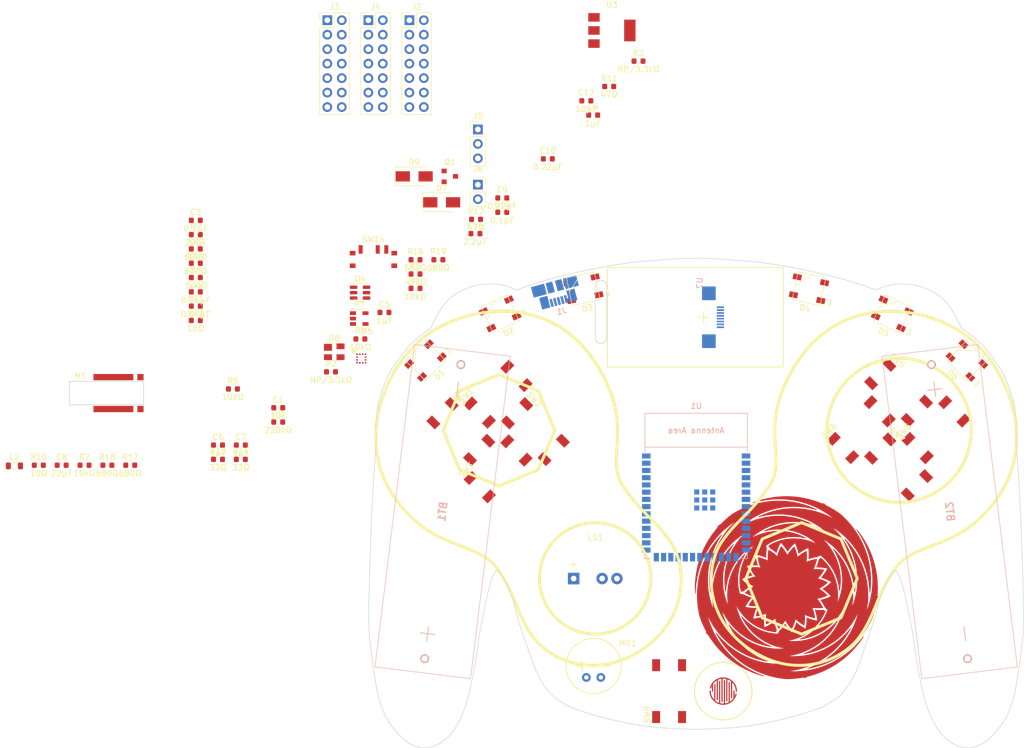
<source format=kicad_pcb>
(kicad_pcb (version 20211014) (generator pcbnew)
  (layers (0 "F.Cu" signal) (31 "B.Cu" signal) (34 "B.Paste" user) (35 "F.Paste" user) (36 "B.SilkS" user "B.Silkscreen") (37 "F.SilkS" user "F.Silkscreen") (38 "B.Mask" user) (39 "F.Mask" user) (44 "Edge.Cuts" user))
  (net 0 "")
  (net 1 "BATTMID")
  (net 2 "GND")
  (net 3 "BATTPLUS")
  (net 4 "BLISTER1")
  (net 5 "EN")
  (net 6 "+3V3")
  (net 7 "+5V")
  (net 8 "Net-(C8-Pad2)")
  (net 9 "Net-(C10-Pad2)")
  (net 10 "Net-(C10-Pad1)")
  (net 11 "Net-(C11-Pad2)")
  (net 12 "Net-(C11-Pad1)")
  (net 13 "Net-(D1-Pad4)")
  (net 14 "Net-(D1-Pad2)")
  (net 15 "Net-(D2-Pad2)")
  (net 16 "Net-(D3-Pad2)")
  (net 17 "Net-(D4-Pad2)")
  (net 18 "Net-(D5-Pad2)")
  (net 19 "LED_OUT")
  (net 20 "Net-(D7-Pad2)")
  (net 21 "Net-(D8-Pad2)")
  (net 22 "Net-(D8-Pad3)")
  (net 23 "Net-(D8-Pad4)")
  (net 25 "BTN_6")
  (net 26 "BTN_7")
  (net 27 "TX")
  (net 28 "RX")
  (net 29 "SP+")
  (net 30 "SP-")
  (net 31 "BZR")
  (net 32 "LED")
  (net 33 "TFT_RESET")
  (net 34 "TFT_SDA")
  (net 35 "TFT_SCL")
  (net 36 "TFTATP")
  (net 37 "BTN_8")
  (net 38 "BTN_9")
  (net 39 "BTN_4")
  (net 40 "TOUCH_1")
  (net 41 "TOUCH_2")
  (net 42 "TOUCH_3")
  (net 43 "TOUCH_4")
  (net 44 "TOUCH_5")
  (net 45 "TOUCH_6")
  (net 46 "TFT_RS")
  (net 47 "TFTATN")
  (net 48 "TFT_CS")
  (net 49 "BTN_3")
  (net 50 "BTN_1")
  (net 51 "BTN_2")
  (net 52 "SPARE1")
  (net 53 "BTN_5")
  (net 54 "MOTOR")
  (net 55 "SDA")
  (net 56 "SCL")
  (net 57 "MIC")
  (net 58 "USB_D-")
  (net 59 "USB_D+")
  (net 60 "Net-(L2-Pad1)")
  (net 61 "TFT_LEDA")
  (net 62 "Net-(LS1-Pad1)")
  (net 63 "Net-(R5-Pad1)")
  (net 64 "Net-(R11-Pad2)")
  (net 65 "Net-(R12-Pad2)")
  (net 66 "Net-(R15-Pad1)")
  (net 67 "Net-(R16-Pad1)")
  (net 68 "Net-(R17-Pad1)")
  (net 69 "Net-(R18-Pad1)")
  (net 70 "Net-(R19-Pad1)")
  (net 71 "Net-(R20-Pad1)")
  (net 72 "Net-(SW14-Pad1)")
  (footprint "Swadge_Parts:SOT-23-5" (layer "F.Cu") (at 90.875 67.63)
    (fp_text reference "U4")
    (fp_text value "GS321-TR")
  )
  (footprint "Swadge_Parts:QMA6981" (layer "F.Cu") (at 91.24 74.635)
    (fp_text reference "U5")
    (fp_text value "QMA7981")
  )
  (footprint "LOGO" (layer "F.Cu") (at 149.999958 99.999987)
    (fp_text reference "G***" hide)
    (fp_text value "LOGO" hide)
  )
  (footprint "Swadge_Parts:SW_4-1437565-2" (layer "F.Cu") (at 115.25 94 45)
    (fp_text reference "SW3")
    (fp_text value "4-1437565-2")
  )
  (footprint "Swadge_Parts:PinHeader_2x07_P2.54mm_Vertical" (layer "F.Cu") (at 99.675 15.28)
    (fp_text reference "J2")
    (fp_text value "DEBUG_BANK_C")
  )
  (footprint "Swadge_Parts:SOT-223-3_TabPin2" (layer "F.Cu") (at 135.215 17.08)
    (fp_text reference "U3")
    (fp_text value "AP1117-33")
  )
  (footprint "Swadge_Parts:R_0603_1608Metric" (layer "F.Cu") (at 85.925 76.98)
    (fp_text reference "R2")
    (fp_text value "NP/3.3kΩ")
  )
  (footprint "Swadge_Parts:R_0603_1608Metric" (layer "F.Cu") (at 91.075 71.21)
    (fp_text reference "R8")
    (fp_text value "10kΩ")
  )
  (footprint "LOGO" (layer "F.Cu") (at 149.999958 99.999987)
    (fp_text reference "G***" hide)
    (fp_text value "LOGO" hide)
  )
  (footprint "Swadge_Parts:R_0603_1608Metric" (layer "F.Cu") (at 62.205 60.43)
    (fp_text reference "R4")
    (fp_text value "100Ω")
  )
  (footprint "Swadge_Parts:SW_4-1437565-2" (layer "F.Cu") (at 108.709263 87.459263 -45)
    (fp_text reference "SW4")
    (fp_text value "4-1437565-2")
  )
  (footprint "Swadge_Parts:C_0603_1608Metric" (layer "F.Cu") (at 66.095 89.83)
    (fp_text reference "C6")
    (fp_text value "1μF")
  )
  (footprint "Swadge_Parts:PinSocket_1x02_P2.54mm_Vertical" (layer "F.Cu") (at 111.695 44.14)
    (fp_text reference "J6")
    (fp_text value "TRYMIC")
  )
  (footprint "Swadge_Parts:R_0603_1608Metric" (layer "F.Cu") (at 62.205 55.41)
    (fp_text reference "R20")
    (fp_text value "680Ω")
  )
  (footprint "Swadge_Parts:SW_SPDT_PCM12" (layer "F.Cu") (at 93.375 56.93)
    (fp_text reference "SW14")
    (fp_text value "SW_SPDT")
  )
  (footprint "Swadge_Parts:C_0603_1608Metric" (layer "F.Cu") (at 62.205 62.94)
    (fp_text reference "C12")
    (fp_text value "0.01μF")
  )
  (footprint "Swadge_Parts:Touch_Teeth_5" (layer "F.Cu") (at 149.8305 98.85)
    (fp_text reference "SW13" hide)
    (fp_text value "touch-ring-6" hide)
  )
  (footprint "Swadge_Parts:PinHeader_2x07_P2.54mm_Vertical" (layer "F.Cu") (at 85.275 15.28)
    (fp_text reference "J3")
    (fp_text value "DEBUG_BANK_B")
  )
  (footprint "Swadge_Parts:D_SMA" (layer "F.Cu") (at 105.345 47.23)
    (fp_text reference "D7")
    (fp_text value "D")
  )
  (footprint "Swadge_Parts:R_0603_1608Metric" (layer "F.Cu") (at 100.755 57.31)
    (fp_text reference "R16")
    (fp_text value "680Ω")
  )
  (footprint "Swadge_Parts:SOT-23-6" (layer "F.Cu") (at 91.025 63.08)
    (fp_text reference "Q4")
    (fp_text value "AP2003_PN_FET")
  )
  (footprint "Swadge_Parts:C_0603_1608Metric" (layer "F.Cu") (at 131.925 31.93)
    (fp_text reference "C4")
    (fp_text value "1μF")
  )
  (footprint "Swadge_Parts:SOT-23" (layer "F.Cu") (at 106.775 42.68)
    (fp_text reference "Q1")
    (fp_text value "Q_N_FET")
  )
  (footprint "Swadge_Parts:C_0603_1608Metric" (layer "F.Cu") (at 130.725 29.42)
    (fp_text reference "C17")
    (fp_text value "10μF")
  )
  (footprint "Swadge_Parts:C_0603_1608Metric" (layer "F.Cu") (at 62.205 50.39)
    (fp_text reference "C3")
    (fp_text value "0.1μF")
  )
  (footprint "Swadge_Parts:CMA-4544PF-W" (layer "F.Cu") (at 132 128.6)
    (fp_text reference "MK1")
    (fp_text value "Microphone")
  )
  (footprint "Swadge_Parts:LED_WS2812B_PLCC4_5.0x5.0mm_P3.2mm" (layer "F.Cu") (at 169.8 62.4 168)
    (fp_text reference "D4")
    (fp_text value "WS2812B")
  )
  (footprint "LOGO" (layer "F.Cu") (at 149.999958 99.999987)
    (fp_text reference "G***" hide)
    (fp_text value "LOGO" hide)
  )
  (footprint "Swadge_Parts:C_0603_1608Metric" (layer "F.Cu") (at 70.105 89.83)
    (fp_text reference "C7")
    (fp_text value "1μF")
  )
  (footprint "Swadge_Parts:LED_WS2812B_PLCC4_5.0x5.0mm_P3.2mm" (layer "F.Cu") (at 102.5 75 -135)
    (fp_text reference "D1")
    (fp_text value "WS2812B")
  )
  (footprint "Swadge_Parts:SOT-143" (layer "F.Cu") (at 86.495 73.45)
    (fp_text reference "D8")
    (fp_text value "SP0503BAHT")
  )
  (footprint "Swadge_Parts:SW_4-1437565-2" (layer "F.Cu") (at 185.517588 93.664392 -45)
    (fp_text reference "SW7")
    (fp_text value "4-1437565-2")
  )
  (footprint "Swadge_Parts:R_0603_1608Metric" (layer "F.Cu") (at 62.205 67.96)
    (fp_text reference "R23")
    (fp_text value "10Ω")
  )
  (footprint "Swadge_Parts:SW_4-1437565-2" (layer "F.Cu") (at 121.790738 87.459263 -45)
    (fp_text reference "SW2")
    (fp_text value "4-1437565-2")
  )
  (footprint "Swadge_Parts:LED_WS2812B_PLCC4_5.0x5.0mm_P3.2mm" (layer "F.Cu") (at 115.6 66.8 -155)
    (fp_text reference "D2")
    (fp_text value "WS2812B")
  )
  (footprint "Swadge_Parts:PinHeader_2x07_P2.54mm_Vertical" (layer "F.Cu") (at 92.475 15.28)
    (fp_text reference "J4")
    (fp_text value "DEBUG_BANK_A")
  )
  (footprint "Swadge_Parts:C_0603_1608Metric" (layer "F.Cu") (at 62.205 65.45)
    (fp_text reference "C11")
    (fp_text value "0.01μF")
  )
  (footprint "Swadge_Parts:R_0603_1608Metric" (layer "F.Cu") (at 111.375 50.22)
    (fp_text reference "R12")
    (fp_text value "47Ω")
  )
  (footprint "Swadge_Parts:SW_4-1437565-2" (layer "F.Cu") (at 192.076004 87.141332 45)
    (fp_text reference "SW6")
    (fp_text value "4-1437565-2")
  )
  (footprint "Swadge_Parts:R_0603_1608Metric" (layer "F.Cu") (at 34.655 93.36)
    (fp_text reference "R10")
    (fp_text value "10Ω")
  )
  (footprint "Swadge_Parts:R_0603_1608Metric" (layer "F.Cu") (at 76.665 85.79)
    (fp_text reference "R9")
    (fp_text value "220kΩ")
  )
  (footprint "Swadge_Parts:R_0603_1608Metric" (layer "F.Cu") (at 100.755 59.82)
    (fp_text reference "R5")
    (fp_text value "47kΩ")
  )
  (footprint "Swadge_Parts:C_0603_1608Metric" (layer "F.Cu") (at 115.975 48.98)
    (fp_text reference "C13")
    (fp_text value "0.1μF")
  )
  (footprint "Swadge_Parts:PinHeader_1x03_P2.54mm_Vertical" (layer "F.Cu") (at 111.695 34.44)
    (fp_text reference "J5")
    (fp_text value "MICSEL")
  )
  (footprint "Swadge_Parts:LED_WS2812B_PLCC4_5.0x5.0mm_P3.2mm" (layer "F.Cu") (at 130.2 62.4 -168)
    (fp_text reference "D3")
    (fp_text value "WS2812B")
  )
  (footprint "Swadge_Parts:BTC007_Button_Silicone" (layer "F.Cu") (at 154.75 133)
    (fp_text reference "BTN1" hide)
    (fp_text value "BLISTER_SILICONE_BUTTON" hide)
  )
  (footprint "Swadge_Parts:R_0603_1608Metric" (layer "F.Cu") (at 66.095 92.34)
    (fp_text reference "R13")
    (fp_text value "33Ω")
  )
  (footprint "Swadge_Parts:R_0603_1608Metric" (layer "F.Cu") (at 134.735 26.91)
    (fp_text reference "R11")
    (fp_text value "47Ω")
  )
  (footprint "Swadge_Parts:C_0603_1608Metric" (layer "F.Cu") (at 76.665 83.28)
    (fp_text reference "C1")
    (fp_text value "1μF")
  )
  (footprint "Swadge_Parts:R_0603_1608Metric" (layer "F.Cu") (at 139.885 22.46)
    (fp_text reference "R3")
    (fp_text value "NP/3.3kΩ")
  )
  (footprint "Swadge_Parts:NULL" (layer "F.Cu") (at 109.672619 30.085)
    (fp_text reference "U8" hide)
    (fp_text value "TFT_DISPLAY" hide)
  )
  (footprint "Swadge_Parts:SW_4-1437565-2" (layer "F.Cu") (at 185.517588 80.582917 -45)
    (fp_text reference "SW5")
    (fp_text value "4-1437565-2")
  )
  (footprint "Swadge_Parts:C_0603_1608Metric" (layer "F.Cu") (at 123.975 39.61)
    (fp_text reference "C10")
    (fp_text value "0.22μF")
  )
  (footprint "Swadge_Parts:LED_WS2812B_PLCC4_5.0x5.0mm_P3.2mm" (layer "F.Cu") (at 197.5 75 135)
    (fp_text reference "D6")
    (fp_text value "WS2812B")
  )
  (footprint "Swadge_Parts:R_0603_1608Metric" (layer "F.Cu") (at 70.105 92.34)
    (fp_text reference "R14")
    (fp_text value "33Ω")
  )
  (footprint "LOGO" (layer "F.Cu") (at 149.999958 99.999987)
    (fp_text reference "G***" hide)
    (fp_text value "LOGO" hide)
  )
  (footprint "Swadge_Parts:D_SMA" (layer "F.Cu") (at 100.525 42.68)
    (fp_text reference "D9")
    (fp_text value "D")
  )
  (footprint "Swadge_Parts:R_0603_1608Metric" (layer "F.Cu") (at 68.715 79.98)
    (fp_text reference "R6")
    (fp_text value "10kΩ")
  )
  (footprint "Swadge_Parts:Z30C1B839982L" (layer "F.Cu") (at 44.24 80.705)
    (fp_text reference "M1")
    (fp_text value "Motor_DC")
    (fp_line (start -4.2 -2.05) (end 8.8 -2.05) (layer "Edge.Cuts") (width 0.12))
    (fp_line (start -4.2 -2.05) (end -4.2 2.05) (layer "Edge.Cuts") (width 0.12))
    (fp_line (start 8.8 -2.05) (end 8.8 2.05) (layer "Edge.Cuts") (width 0.12))
    (fp_line (start -4.2 2.05) (end 8.8 2.05) (layer "Edge.Cuts") (width 0.12))
  )
  (footprint "Swadge_Parts:R_0603_1608Metric" (layer "F.Cu") (at 42.675 93.36)
    (fp_text reference "R7")
    (fp_text value "10kΩ")
  )
  (footprint "Swadge_Parts:R_0603_1608Metric" (layer "F.Cu") (at 46.685 93.36)
    (fp_text reference "R18")
    (fp_text value "680Ω")
  )
  (footprint "Swadge_Parts:R_0603_1608Metric" (layer "F.Cu") (at 104.765 57.31)
    (fp_text reference "R19")
    (fp_text value "680Ω")
  )
  (footprint "Swadge_Parts:R_0603_1608Metric" (layer "F.Cu") (at 50.695 93.36)
    (fp_text reference "R17")
    (fp_text value "680Ω")
  )
  (footprint "Swadge_Parts:SW_4-1437565-2" (layer "F.Cu") (at 115.25 80.918525 45)
    (fp_text reference "SW1")
    (fp_text value "4-1437565-2")
  )
  (footprint "Swadge_Parts:SW_4-1437565-2" (layer "F.Cu") (at 145.25 133 90)
    (fp_text reference "SW9")
    (fp_text value "4-1437565-2")
  )
  (footprint "Swadge_Parts:L_0805_2012Metric" (layer "F.Cu") (at 30.375 93.48)
    (fp_text reference "L2")
    (fp_text value "100uH")
  )
  (footprint "Swadge_Parts:R_0603_1608Metric" (layer "F.Cu") (at 100.755 62.33)
    (fp_text reference "R1")
    (fp_text value "10kΩ")
  )
  (footprint "Swadge_Parts:Buzzer_12x9.5RM7.6" (layer "F.Cu") (at 128.5 113.25)
    (fp_text reference "LS1")
    (fp_text value "Buzzer")
  )
  (footprint "Swadge_Parts:C_0603_1608Metric" (layer "F.Cu") (at 95.305 66.56)
    (fp_text reference "C5")
    (fp_text value "1μF")
  )
  (footprint "Swadge_Parts:C_0603_1608Metric" (layer "F.Cu") (at 115.975 46.47)
    (fp_text reference "C9")
    (fp_text value "0.22μF")
  )
  (footprint "LOGO" (layer "F.Cu") (at 149.999958 99.999987)
    (fp_text reference "G***" hide)
    (fp_text value "LOGO" hide)
  )
  (footprint "LOGO" (layer "F.Cu") (at 149.999958 99.999987)
    (fp_text reference "G***" hide)
    (fp_text value "LOGO" hide)
  )
  (footprint "Swadge_Parts:C_0603_1608Metric" (layer "F.Cu") (at 38.665 93.36)
    (fp_text reference "C8")
    (fp_text value "22μF")
  )
  (footprint "Swadge_Parts:C_0603_1608Metric" (layer "F.Cu") (at 111.275 52.73)
    (fp_text reference "C14")
    (fp_text value "2.2μF")
  )
  (footprint "Swadge_Parts:R_0603_1608Metric" (layer "F.Cu") (at 62.205 57.92)
    (fp_text reference "R15")
    (fp_text value "680Ω")
  )
  (footprint "Swadge_Parts:SW_4-1437565-2" (layer "F.Cu") (at 178.976851 87.123655 45)
    (fp_text reference "SW8")
    (fp_text value "4-1437565-2")
  )
  (footprint "Swadge_Parts:C_0603_1608Metric" (layer "F.Cu") (at 62.205 52.9)
    (fp_text reference "C2")
    (fp_text value "22μF")
  )
  (footprint "Swadge_Parts:LED_WS2812B_PLCC4_5.0x5.0mm_P3.2mm" (layer "F.Cu") (at 184.4 66.8 155)
    (fp_text reference "D5")
    (fp_text value "WS2812B")
  )
  (footprint "Swadge_Parts:TFT-1.14" (layer "B.Cu") (at 153.632104 67.398317 -90)
    (fp_text reference "U7")
    (fp_text value "TFT-1.14")
    (fp_line (start 4.285566 19.637689) (end 4.214556 19.573148) (layer "Edge.Cuts") (width 0.1))
    (fp_line (start 4.137576 21.173987) (end 4.214556 21.116417) (layer "Edge.Cuts") (width 0.1))
    (fp_line (start -6.494492 20.242539) (end -6.499652 20.344783) (layer "Edge.Cuts") (width 0.1))
    (fp_line (start -6.328869 19.785679) (end -6.378959 19.868129) (layer "Edge.Cuts") (width 0.1))
    (fp_line (start -6.271302 19.708699) (end -6.328869 19.785679) (layer "Edge.Cuts") (width 0.1))
    (fp_line (start -5.499653 19.344759) (end -5.601897 19.349959) (layer "Edge.Cuts") (width 0.1))
    (fp_line (start -6.479338 20.546317) (end -6.454696 20.642147) (layer "Edge.Cuts") (width 0.1))
    (fp_line (start 4.578496 20.344783) (end 4.573296 20.242539) (layer "Edge.Cuts") (width 0.1))
    (fp_line (start -6.135746 19.573148) (end -6.20676 19.637689) (layer "Edge.Cuts") (width 0.1))
    (fp_line (start -5.976313 19.465489) (end -6.058763 19.515579) (layer "Edge.Cuts") (width 0.1))
    (fp_line (start 4.055126 21.224077) (end 4.137576 21.173987) (layer "Edge.Cuts") (width 0.1))
    (fp_line (start 3.680716 21.339607) (end 3.780006 21.324457) (layer "Edge.Cuts") (width 0.1))
    (fp_line (start 4.558146 20.546317) (end 4.573296 20.447027) (layer "Edge.Cuts") (width 0.1))
    (fp_line (start -6.058763 19.515579) (end -6.135746 19.573148) (layer "Edge.Cuts") (width 0.1))
    (fp_line (start 4.137576 19.515579) (end 4.055126 19.465489) (layer "Edge.Cuts") (width 0.1))
    (fp_line (start 3.875836 19.389749) (end 3.780006 19.365108) (layer "Edge.Cuts") (width 0.1))
    (fp_line (start -5.888899 21.266187) (end -5.797023 21.299817) (layer "Edge.Cuts") (width 0.1))
    (fp_line (start 4.558146 20.143249) (end 4.533506 20.047419) (layer "Edge.Cuts") (width 0.1))
    (fp_line (start 4.214556 19.573148) (end 4.137576 19.515579) (layer "Edge.Cuts") (width 0.1))
    (fp_line (start 4.457766 19.868129) (end 4.407676 19.785679) (layer "Edge.Cuts") (width 0.1))
    (fp_line (start 3.967716 21.266187) (end 4.055126 21.224077) (layer "Edge.Cuts") (width 0.1))
    (fp_line (start 4.285566 21.051877) (end 4.350106 20.980867) (layer "Edge.Cuts") (width 0.1))
    (fp_line (start -6.378959 19.868129) (end -6.421069 19.955539) (layer "Edge.Cuts") (width 0.1))
    (fp_line (start 4.350106 20.980867) (end 4.407676 20.903887) (layer "Edge.Cuts") (width 0.1))
    (fp_line (start 3.780006 19.365108) (end 3.680716 19.349959) (layer "Edge.Cuts") (width 0.1))
    (fp_line (start 4.214556 21.116417) (end 4.285566 21.051877) (layer "Edge.Cuts") (width 0.1))
    (fp_line (start -5.797023 19.389749) (end -5.888899 19.423378) (layer "Edge.Cuts") (width 0.1))
    (fp_line (start 3.578472 19.344759) (end -5.499653 19.344759) (layer "Edge.Cuts") (width 0.1))
    (fp_line (start -6.271302 20.980867) (end -6.20676 21.051877) (layer "Edge.Cuts") (width 0.1))
    (fp_line (start -5.701188 21.324457) (end -5.601897 21.339607) (layer "Edge.Cuts") (width 0.1))
    (fp_line (start -6.421069 20.734027) (end -6.378959 20.821437) (layer "Edge.Cuts") (width 0.1))
    (fp_line (start 3.680716 19.349959) (end 3.578472 19.344759) (layer "Edge.Cuts") (width 0.1))
    (fp_line (start 4.055126 19.465489) (end 3.967716 19.423378) (layer "Edge.Cuts") (width 0.1))
    (fp_line (start 3.875836 21.299817) (end 3.967716 21.266187) (layer "Edge.Cuts") (width 0.1))
    (fp_line (start 3.967716 19.423378) (end 3.875836 19.389749) (layer "Edge.Cuts") (width 0.1))
    (fp_line (start 4.573296 20.447027) (end 4.578496 20.344783) (layer "Edge.Cuts") (width 0.1))
    (fp_line (start 4.350106 19.708699) (end 4.285566 19.637689) (layer "Edge.Cuts") (width 0.1))
    (fp_line (start -5.601897 21.339607) (end -5.499653 21.344807) (layer "Edge.Cuts") (width 0.1))
    (fp_line (start -6.20676 19.637689) (end -6.271302 19.708699) (layer "Edge.Cuts") (width 0.1))
    (fp_line (start -5.888899 19.423378) (end -5.976313 19.465489) (layer "Edge.Cuts") (width 0.1))
    (fp_line (start -6.135746 21.116417) (end -6.058763 21.173987) (layer "Edge.Cuts") (width 0.1))
    (fp_line (start 3.578472 21.344807) (end 3.680716 21.339607) (layer "Edge.Cuts") (width 0.1))
    (fp_line (start -6.494492 20.447027) (end -6.479338 20.546317) (layer "Edge.Cuts") (width 0.1))
    (fp_line (start -6.058763 21.173987) (end -5.976313 21.224077) (layer "Edge.Cuts") (width 0.1))
    (fp_line (start -6.378959 20.821437) (end -6.328869 20.903887) (layer "Edge.Cuts") (width 0.1))
    (fp_line (start 4.533506 20.642147) (end 4.558146 20.546317) (layer "Edge.Cuts") (width 0.1))
    (fp_line (start -6.20676 21.051877) (end -6.135746 21.116417) (layer "Edge.Cuts") (width 0.1))
    (fp_line (start -5.499653 21.344807) (end 3.578472 21.344807) (layer "Edge.Cuts") (width 0.1))
    (fp_line (start 3.780006 21.324457) (end 3.875836 21.299817) (layer "Edge.Cuts") (width 0.1))
    (fp_line (start 4.499876 19.955539) (end 4.457766 19.868129) (layer "Edge.Cuts") (width 0.1))
    (fp_line (start 4.533506 20.047419) (end 4.499876 19.955539) (layer "Edge.Cuts") (width 0.1))
    (fp_line (start -6.421069 19.955539) (end -6.454696 20.047419) (layer "Edge.Cuts") (width 0.1))
    (fp_line (start -5.976313 21.224077) (end -5.888899 21.266187) (layer "Edge.Cuts") (width 0.1))
    (fp_line (start -6.499652 20.344783) (end -6.494492 20.447027) (layer "Edge.Cuts") (width 0.1))
    (fp_line (start -6.454696 20.047419) (end -6.479338 20.143249) (layer "Edge.Cuts") (width 0.1))
    (fp_line (start -6.479338 20.143249) (end -6.494492 20.242539) (layer "Edge.Cuts") (width 0.1))
    (fp_line (start 4.407676 20.903887) (end 4.457766 20.821437) (layer "Edge.Cuts") (width 0.1))
    (fp_line (start -5.701188 19.365108) (end -5.797023 19.389749) (layer "Edge.Cuts") (width 0.1))
    (fp_line (start -5.797023 21.299817) (end -5.701188 21.324457) (layer "Edge.Cuts") (width 0.1))
    (fp_line (start -6.454696 20.642147) (end -6.421069 20.734027) (layer "Edge.Cuts") (width 0.1))
    (fp_line (start -6.328869 20.903887) (end -6.271302 20.980867) (layer "Edge.Cuts") (width 0.1))
    (fp_line (start 4.499876 20.734027) (end 4.533506 20.642147) (layer "Edge.Cuts") (width 0.1))
    (fp_line (start -5.601897 19.349959) (end -5.701188 19.365108) (layer "Edge.Cuts") (width 0.1))
    (fp_line (start 4.407676 19.785679) (end 4.350106 19.708699) (layer "Edge.Cuts") (width 0.1))
    (fp_line (start 4.457766 20.821437) (end 4.499876 20.734027) (layer "Edge.Cuts") (width 0.1))
    (fp_line (start 4.573296 20.242539) (end 4.558146 20.143249) (layer "Edge.Cuts") (width 0.1))
  )
  (footprint "Swadge_Parts:2460" (layer "B.Cu") (at 105.5 101.5 -97)
    (fp_text reference "BT1")
    (fp_text value "Battery" hide)
  )
  (footprint "Swadge_Parts:ESP32-S2-SOLO" (layer "B.Cu") (at 150 100 180)
    (fp_text reference "U1")
    (fp_text value "ESP32-S2-SOLO")
  )
  (footprint "Swadge_Parts:2460" (layer "B.Cu") (at 194.5 101.5 97)
    (fp_text reference "BT2")
    (fp_text value "Battery" hide)
  )
  (footprint "Swadge_Parts:USB_Micro-B_Molex_47346-0001" (layer "B.Cu") (at 125.521961 63.141703 15)
    (fp_text reference "J1")
    (fp_text value "USB_B_Micro")
  )
  (gr_line locked (start 118.057053 117.733563) (end 118.183981 118.214633) (layer "Edge.Cuts") (width 0.1))
  (gr_line locked (start 112.9453 61.596933) (end 112.13144 61.685903) (layer "Edge.Cuts") (width 0.1))
  (gr_line locked (start 196.821619 69.519754) (end 196.637799 69.390767) (layer "Edge.Cuts") (width 0.1))
  (gr_line locked (start 95.079018 79.779045) (end 95.024388 79.912433) (layer "Edge.Cuts") (width 0.1))
  (gr_line locked (start 171.017119 136.19997) (end 172.029249 135.823272) (layer "Edge.Cuts") (width 0.1))
  (gr_line locked (start 121.021026 127.0575) (end 121.458121 128.328171) (layer "Edge.Cuts") (width 0.1))
  (gr_line locked (start 158.568349 57.516783) (end 157.470429 57.433493) (layer "Edge.Cuts") (width 0.1))
  (gr_line locked (start 207.006289 103.859119) (end 206.967289 102.91318) (layer "Edge.Cuts") (width 0.1))
  (gr_line locked (start 187.385769 119.795549) (end 187.581459 120.76043) (layer "Edge.Cuts") (width 0.1))
  (gr_line locked (start 104.934746 142.216242) (end 105.942417 141.528224) (layer "Edge.Cuts") (width 0.1))
  (gr_line locked (start 168.112669 58.923573) (end 167.937859 58.889303) (layer "Edge.Cuts") (width 0.1))
  (gr_line locked (start 145.944256 139.56708) (end 147.975864 139.65781) (layer "Edge.Cuts") (width 0.1))
  (gr_line locked (start 103.77704 68.560675) (end 103.638693 68.837373) (layer "Edge.Cuts") (width 0.1))
  (gr_line locked (start 141.431393 57.516835) (end 140.427496 57.596435) (layer "Edge.Cuts") (width 0.1))
  (gr_line locked (start 207.079189 105.853702) (end 207.045189 104.879675) (layer "Edge.Cuts") (width 0.1))
  (gr_line locked (start 189.638769 62.110423) (end 188.698419 61.852205) (layer "Edge.Cuts") (width 0.1))
  (gr_line locked (start 204.200499 77.974293) (end 204.050259 77.627463) (layer "Edge.Cuts") (width 0.1))
  (gr_line locked (start 165.020999 137.974062) (end 165.349999 137.895362) (layer "Edge.Cuts") (width 0.1))
  (gr_line locked (start 119.334648 62.304804) (end 119.075523 62.413086) (layer "Edge.Cuts") (width 0.1))
  (gr_line locked (start 117.589561 116.275485) (end 117.662041 116.503773) (layer "Edge.Cuts") (width 0.1))
  (gr_line locked (start 188.696029 127.69809) (end 189.067639 129.806059) (layer "Edge.Cuts") (width 0.1))
  (gr_line locked (start 193.155859 140.664363) (end 194.058129 141.528222) (layer "Edge.Cuts") (width 0.1))
  (gr_line locked (start 94.328239 82.170862) (end 94.299229 82.263924) (layer "Edge.Cuts") (width 0.1))
  (gr_line locked (start 167.062029 58.712853) (end 166.887439 58.678173) (layer "Edge.Cuts") (width 0.1))
  (gr_line locked (start 102.489133 142.954536) (end 103.216214 142.880226) (layer "Edge.Cuts") (width 0.1))
  (gr_line locked (start 159.572249 57.596383) (end 158.568349 57.516783) (layer "Edge.Cuts") (width 0.1))
  (gr_line locked (start 136.021772 58.168905) (end 135.809653 58.202225) (layer "Edge.Cuts") (width 0.1))
  (gr_line locked (start 175.814499 133.174623) (end 176.460559 132.341612) (layer "Edge.Cuts") (width 0.1))
  (gr_line locked (start 175.522589 60.655262) (end 174.809299 60.458795) (layer "Edge.Cuts") (width 0.1))
  (gr_line locked (start 206.991459 126.303222) (end 207.044659 125.877165) (layer "Edge.Cuts") (width 0.1))
  (gr_line locked (start 94.748193 80.744325) (end 94.568057 81.332178) (layer "Edge.Cuts") (width 0.1))
  (gr_line locked (start 132.061901 58.889335) (end 131.887101 58.923605) (layer "Edge.Cuts") (width 0.1))
  (gr_line locked (start 103.500346 69.114072) (end 103.361999 69.390771) (layer "Edge.Cuts") (width 0.1))
  (gr_line locked (start 188.057289 123.208613) (end 188.142289 123.801384) (layer "Edge.Cuts") (width 0.1))
  (gr_line locked (start 206.909959 126.902611) (end 206.943659 126.657486) (layer "Edge.Cuts") (width 0.1))
  (gr_line locked (start 99.626439 142.15986) (end 99.926699 142.309267) (layer "Edge.Cuts") (width 0.1))
  (gr_line locked (start 101.304852 142.861116) (end 101.796703 142.950936) (layer "Edge.Cuts") (width 0.1))
  (gr_line locked (start 181.731619 62.506454) (end 181.550009 62.562854) (layer "Edge.Cuts") (width 0.1))
  (gr_line locked (start 166.273479 58.558743) (end 166.047649 58.513623) (layer "Edge.Cuts") (width 0.1))
  (gr_line locked (start 118.660013 62.561596) (end 118.554803 62.583576) (layer "Edge.Cuts") (width 0.1))
  (gr_line locked (start 113.940968 113.99398) (end 114.250226 113.10193) (layer "Edge.Cuts") (width 0.1))
  (gr_line locked (start 167.274069 58.755513) (end 167.062029 58.712853) (layer "Edge.Cuts") (width 0.1))
  (gr_line locked (start 150.000277 139.7119) (end 152.024692 139.65781) (layer "Edge.Cuts") (width 0.1))
  (gr_line locked (start 92.773476 124.323833) (end 92.882251 125.257849) (layer "Edge.Cuts") (width 0.1))
  (gr_line locked (start 201.403509 141.348928) (end 201.953479 140.820909) (layer "Edge.Cuts") (width 0.1))
  (gr_line locked (start 180.129149 62.090075) (end 179.430999 61.840901) (layer "Edge.Cuts") (width 0.1))
  (gr_line locked (start 100.216579 71.825146) (end 99.749254 72.283171) (layer "Edge.Cuts") (width 0.1))
  (gr_line locked (start 130.35548 136.665233) (end 131.764349 137.112967) (layer "Edge.Cuts") (width 0.1))
  (gr_line locked (start 97.134557 139.826066) (end 97.545495 140.299232) (layer "Edge.Cuts") (width 0.1))
  (gr_line locked (start 109.123588 62.585468) (end 107.933026 63.233175) (layer "Edge.Cuts") (width 0.1))
  (gr_line locked (start 102.626738 69.906719) (end 101.795132 70.521409) (layer "Edge.Cuts") (width 0.1))
  (gr_line locked (start 93.64542 92.466985) (end 93.492223 94.500821) (layer "Edge.Cuts") (width 0.1))
  (gr_line locked (start 155.949499 139.443828) (end 157.558639 139.292241) (layer "Edge.Cuts") (width 0.1))
  (gr_line locked (start 182.728219 115.392151) (end 183.131839 114.447298) (layer "Edge.Cuts") (width 0.1))
  (gr_line locked (start 188.142289 123.801384) (end 188.194489 124.283389) (layer "Edge.Cuts") (width 0.1))
  (gr_line locked (start 94.400739 81.920354) (end 94.363559 82.051199) (layer "Edge.Cuts") (width 0.1))
  (gr_line locked (start 204.321939 137.729191) (end 204.709969 136.964823) (layer "Edge.Cuts") (width 0.1))
  (gr_line locked (start 178.979539 127.057498) (end 179.061639 126.820151) (layer "Edge.Cuts") (width 0.1))
  (gr_line locked (start 167.113579 137.437098) (end 168.236209 137.112957) (layer "Edge.Cuts") (width 0.1))
  (gr_line locked (start 207.190989 109.103505) (end 207.151989 107.996743) (layer "Edge.Cuts") (width 0.1))
  (gr_line locked (start 99.926699 142.309267) (end 100.278329 142.456927) (layer "Edge.Cuts") (width 0.1))
  (gr_line locked (start 181.522389 119.548305) (end 181.679419 118.806616) (layer "Edge.Cuts") (width 0.1))
  (gr_line locked (start 101.133981 142.792986) (end 101.304852 142.861116) (layer "Edge.Cuts") (width 0.1))
  (gr_line locked (start 93.817544 86.357403) (end 93.811844 88.024951) (layer "Edge.Cuts") (width 0.1))
  (gr_line locked (start 181.964289 62.422924) (end 181.731619 62.506454) (layer "Edge.Cuts") (width 0.1))
  (gr_line locked (start 180.665139 62.304771) (end 180.129149 62.090075) (layer "Edge.Cuts") (width 0.1))
  (gr_line locked (start 183.131839 114.447298) (end 183.556209 113.584211) (layer "Edge.Cuts") (width 0.1))
  (gr_line locked (start 112.050823 122.571153) (end 112.170439 121.955081) (layer "Edge.Cuts") (width 0.1))
  (gr_line locked (start 103.638693 68.837373) (end 103.500346 69.114072) (layer "Edge.Cuts") (width 0.1))
  (gr_line locked (start 127.97131 135.823274) (end 128.983442 136.199976) (layer "Edge.Cuts") (width 0.1))
  (gr_line locked (start 118.842115 62.501726) (end 118.660013 62.561596) (layer "Edge.Cuts") (width 0.1))
  (gr_line locked (start 112.61481 119.795554) (end 112.802585 118.833807) (layer "Edge.Cuts") (width 0.1))
  (gr_line locked (start 166.047649 58.513623) (end 165.793169 58.464523) (layer "Edge.Cuts") (width 0.1))
  (gr_line locked (start 121.984809 129.656658) (end 122.30076 130.285744) (layer "Edge.Cuts") (width 0.1))
  (gr_line locked (start 93.720996 131.326832) (end 93.792886 131.722462) (layer "Edge.Cuts") (width 0.1))
  (gr_line locked (start 197.511409 142.954536) (end 198.203839 142.950936) (layer "Edge.Cuts") (width 0.1))
  (gr_line locked (start 136.498986 138.309404) (end 136.669128 138.347734) (layer "Edge.Cuts") (width 0.1))
  (gr_line locked (start 147.975864 139.65781) (end 150.000277 139.7119) (layer "Edge.Cuts") (width 0.1))
  (gr_line locked (start 170.557349 59.430422) (end 169.732529 59.243337) (layer "Edge.Cuts") (width 0.1))
  (gr_line locked (start 206.174939 131.894333) (end 206.207639 131.722458) (layer "Edge.Cuts") (width 0.1))
  (gr_line locked (start 205.564449 81.79374) (end 205.431739 81.332175) (layer "Edge.Cuts") (width 0.1))
  (gr_line locked (start 138.490899 57.800375) (end 138.258688 57.836405) (layer "Edge.Cuts") (width 0.1))
  (gr_line locked (start 183.556209 113.584211) (end 183.935659 112.946186) (layer "Edge.Cuts") (width 0.1))
  (gr_line locked (start 164.445569 58.242003) (end 164.190079 58.202173) (layer "Edge.Cuts") (width 0.1))
  (gr_line locked (start 206.189869 89.905826) (end 206.172869 88.989451) (layer "Edge.Cuts") (width 0.1))
  (gr_line locked (start 93.139841 100.679664) (end 93.101231 101.470007) (layer "Edge.Cuts") (width 0.1))
  (gr_line locked (start 205.700649 82.26392) (end 205.671649 82.170858) (layer "Edge.Cuts") (width 0.1))
  (gr_line locked (start 117.930751 117.324617) (end 118.057053 117.733563) (layer "Edge.Cuts") (width 0.1))
  (gr_line locked (start 187.581459 120.76043) (end 187.830149 121.955079) (layer "Edge.Cuts") (width 0.1))
  (gr_line locked (start 122.902026 131.36515) (end 123.540006 132.341617) (layer "Edge.Cuts") (width 0.1))
  (gr_line locked (start 136.250483 138.254694) (end 136.498986 138.309404) (layer "Edge.Cuts") (width 0.1))
  (gr_line locked (start 193.125889 64.000402) (end 192.066779 63.233171) (layer "Edge.Cuts") (width 0.1))
  (gr_line locked (start 206.821889 99.889314) (end 206.788589 99.196302) (layer "Edge.Cuts") (width 0.1))
  (gr_line locked (start 152.642287 57.109743) (end 151.340406 57.070203) (layer "Edge.Cuts") (width 0.1))
  (gr_line locked (start 101.795132 70.521409) (end 100.945142 71.199388) (layer "Edge.Cuts") (width 0.1))
  (gr_line locked (start 185.311579 112.205904) (end 185.538339 112.627332) (layer "Edge.Cuts") (width 0.1))
  (gr_line locked (start 206.435539 130.370047) (end 206.502439 129.913669) (layer "Edge.Cuts") (width 0.1))
  (gr_line locked (start 204.050259 77.627463) (end 203.936399 77.383214) (layer "Edge.Cuts") (width 0.1))
  (gr_line locked (start 207.044659 125.877165) (end 207.118259 125.257854) (layer "Edge.Cuts") (width 0.1))
  (gr_line locked (start 147.357444 57.109835) (end 146.151602 57.164145) (layer "Edge.Cuts") (width 0.1))
  (gr_line locked (start 206.741759 128.176148) (end 206.793759 127.778545) (layer "Edge.Cuts") (width 0.1))
  (gr_line locked (start 106.844696 140.664365) (end 107.651244 139.61681) (layer "Edge.Cuts") (width 0.1))
  (gr_line locked (start 128.049516 59.76173) (end 125.74642 60.317094) (layer "Edge.Cuts") (width 0.1))
  (gr_line locked (start 110.932907 129.806061) (end 111.304517 127.698087) (layer "Edge.Cuts") (width 0.1))
  (gr_line locked (start 144.348669 57.292775) (end 143.496954 57.359185) (layer "Edge.Cuts") (width 0.1))
  (gr_line locked (start 188.194489 124.283389) (end 188.278689 125.058123) (layer "Edge.Cuts") (width 0.1))
  (gr_line locked (start 205.922109 83.282063) (end 205.700649 82.26392) (layer "Edge.Cuts") (width 0.1))
  (gr_line locked (start 116.064921 112.946188) (end 116.444383 113.584206) (layer "Edge.Cuts") (width 0.1))
  (gr_line locked (start 181.816589 118.214628) (end 181.943529 117.733556) (layer "Edge.Cuts") (width 0.1))
  (gr_line locked (start 196.499459 69.114068) (end 196.361109 68.83737) (layer "Edge.Cuts") (width 0.1))
  (gr_line locked (start 93.901546 132.299074) (end 93.935516 132.482121) (layer "Edge.Cuts") (width 0.1))
  (gr_line locked (start 207.225389 110.050245) (end 207.190989 109.103505) (layer "Edge.Cuts") (width 0.1))
  (gr_line locked (start 120.66848 126.048945) (end 120.815865 126.468134) (layer "Edge.Cuts") (width 0.1))
  (gr_line locked (start 135.041614 58.321065) (end 134.787127 58.361935) (layer "Edge.Cuts") (width 0.1))
  (gr_line locked (start 207.387889 115.694826) (end 207.307389 112.61762) (layer "Edge.Cuts") (width 0.1))
  (gr_line locked (start 93.825546 131.894336) (end 93.863326 132.094843) (layer "Edge.Cuts") (width 0.1))
  (gr_line locked (start 179.430999 61.840901) (end 178.609299 61.570442) (layer "Edge.Cuts") (width 0.1))
  (gr_line locked (start 106.873921 64.000407) (end 106.030854 64.834017) (layer "Edge.Cuts") (width 0.1))
  (gr_line locked (start 115.028886 111.788876) (end 115.180156 111.881276) (layer "Edge.Cuts") (width 0.1))
  (gr_line locked (start 93.810234 89.905829) (end 93.752354 90.992274) (layer "Edge.Cuts") (width 0.1))
  (gr_line locked (start 131.162239 59.062795) (end 130.865965 59.120545) (layer "Edge.Cuts") (width 0.1))
  (gr_line locked (start 195.065809 142.21624) (end 196.188529 142.736276) (layer "Edge.Cuts") (width 0.1))
  (gr_line locked (start 156.502779 57.359173) (end 155.651065 57.292763) (layer "Edge.Cuts") (width 0.1))
  (gr_line locked (start 162.051229 57.883253) (end 161.741049 57.836353) (layer "Edge.Cuts") (width 0.1))
  (gr_line locked (start 118.449778 62.562866) (end 118.26817 62.506466) (layer "Edge.Cuts") (width 0.1))
  (gr_line locked (start 203.274629 139.322317) (end 203.460269 139.094601) (layer "Edge.Cuts") (width 0.1))
  (gr_line locked (start 152.024692 139.65781) (end 154.056304 139.56707) (layer "Edge.Cuts") (width 0.1))
  (gr_line locked (start 161.508829 57.800323) (end 161.047319 57.738583) (layer "Edge.Cuts") (width 0.1))
  (gr_line locked (start 148.659324 57.070295) (end 147.357444 57.109835) (layer "Edge.Cuts") (width 0.1))
  (gr_line locked (start 186.394539 115.153336) (end 186.713039 116.423646) (layer "Edge.Cuts") (width 0.1))
  (gr_line locked (start 197.189249 69.777729) (end 197.005429 69.648741) (layer "Edge.Cuts") (width 0.1))
  (gr_line locked (start 206.870559 127.19563) (end 206.909959 126.902611) (layer "Edge.Cuts") (width 0.1))
  (gr_line locked (start 118.26817 62.506466) (end 118.035514 62.422946) (layer "Edge.Cuts") (width 0.1))
  (gr_line locked (start 198.866559 142.792976) (end 199.117089 142.694046) (layer "Edge.Cuts") (width 0.1))
  (gr_line locked (start 122.30076 130.285744) (end 122.902026 131.36515) (layer "Edge.Cuts") (width 0.1))
  (gr_line locked (start 112.802585 118.833807) (end 113.027556 117.648576) (layer "Edge.Cuts") (width 0.1))
  (gr_line locked (start 93.565026 130.370051) (end 93.642196 130.858566) (layer "Edge.Cuts") (width 0.1))
  (gr_line locked (start 103.216214 142.880226) (end 103.812019 142.736278) (layer "Edge.Cuts") (width 0.1))
  (gr_line locked (start 135.287436 58.283355) (end 135.041614 58.321065) (layer "Edge.Cuts") (width 0.1))
  (gr_line locked (start 93.811844 88.024951) (end 93.827314 88.989454) (layer "Edge.Cuts") (width 0.1))
  (gr_line locked (start 123.540006 132.341617) (end 124.186046 133.174632) (layer "Edge.Cuts") (width 0.1))
  (gr_line locked (start 92.774641 110.050248) (end 92.692631 112.617627) (layer "Edge.Cuts") (width 0.1))
  (gr_line locked (start 206.685559 128.593537) (end 206.741759 128.176148) (layer "Edge.Cuts") (width 0.1))
  (gr_line locked (start 132.886977 137.437101) (end 133.29894 137.544463) (layer "Edge.Cuts") (width 0.1))
  (gr_line locked (start 138.334785 138.70024) (end 138.73823 138.77273) (layer "Edge.Cuts") (width 0.1))
  (gr_line locked (start 206.182369 86.357399) (end 206.088169 84.711497) (layer "Edge.Cuts") (width 0.1))
  (gr_line locked (start 167.499799 58.801333) (end 167.274069 58.755513) (layer "Edge.Cuts") (width 0.1))
  (gr_line locked (start 114.931488 61.609593) (end 113.837071 61.570703) (layer "Edge.Cuts") (width 0.1))
  (gr_line locked (start 198.695699 142.861116) (end 198.866559 142.792976) (layer "Edge.Cuts") (width 0.1))
  (gr_line locked (start 112.170439 121.955081) (end 112.419129 120.760437) (layer "Edge.Cuts") (width 0.1))
  (gr_line locked (start 137.948507 57.883315) (end 137.600881 57.934965) (layer "Edge.Cuts") (width 0.1))
  (gr_line locked (start 131.773611 58.945205) (end 131.645836 58.969335) (layer "Edge.Cuts") (width 0.1))
  (gr_line locked (start 93.258771 128.176151) (end 93.314961 128.59354) (layer "Edge.Cuts") (width 0.1))
  (gr_line locked (start 126.345545 134.923601) (end 127.243038 135.45926) (layer "Edge.Cuts") (width 0.1))
  (gr_line locked (start 207.151989 107.996743) (end 207.113089 106.867597) (layer "Edge.Cuts") (width 0.1))
  (gr_line locked (start 93.293071 97.589548) (end 93.211511 99.196305) (layer "Edge.Cuts") (width 0.1))
  (gr_line locked (start 188.439459 126.155901) (end 188.696029 127.69809) (layer "Edge.Cuts") (width 0.1))
  (gr_line locked (start 133.718112 137.653884) (end 134.095443 137.752554) (layer "Edge.Cuts") (width 0.1))
  (gr_line locked (start 93.057021 126.65749) (end 93.090671 126.902615) (layer "Edge.Cuts") (width 0.1))
  (gr_line locked (start 125.74642 60.317094) (end 125.190496 60.458826) (layer "Edge.Cuts") (width 0.1))
  (gr_line locked (start 97.545495 140.299232) (end 98.047083 140.82091) (layer "Edge.Cuts") (width 0.1))
  (gr_line locked (start 98.65623 73.617149) (end 97.577411 75.050339) (layer "Edge.Cuts") (width 0.1))
  (gr_line locked (start 165.349999 137.895362) (end 165.618669 137.827622) (layer "Edge.Cuts") (width 0.1))
  (gr_line locked (start 117.662041 116.503773) (end 117.750541 116.777663) (layer "Edge.Cuts") (width 0.1))
  (gr_line locked (start 174.253379 60.317061) (end 171.950279 59.761688) (layer "Edge.Cuts") (width 0.1))
  (gr_line locked (start 165.793169 58.464523) (end 165.502889 58.411853) (layer "Edge.Cuts") (width 0.1))
  (gr_line locked (start 108.674016 137.81343) (end 109.530358 135.67156) (layer "Edge.Cuts") (width 0.1))
  (gr_line locked (start 124.477211 60.655291) (end 123.53621 60.926367) (layer "Edge.Cuts") (width 0.1))
  (gr_line locked (start 134.787127 58.361935) (end 134.496845 58.411875) (layer "Edge.Cuts") (width 0.1))
  (gr_line locked (start 136.253996 58.133145) (end 136.021772 58.168905) (layer "Edge.Cuts") (width 0.1))
  (gr_line locked (start 204.367569 78.377475) (end 204.200499 77.974293) (layer "Edge.Cuts") (width 0.1))
  (gr_line locked (start 95.467813 78.790782) (end 95.31534 79.181456) (layer "Edge.Cuts") (width 0.1))
  (gr_line locked (start 131.887101 58.923605) (end 131.773611 58.945205) (layer "Edge.Cuts") (width 0.1))
  (gr_line locked (start 169.645079 136.665222) (end 171.017119 136.19997) (layer "Edge.Cuts") (width 0.1))
  (gr_line locked (start 203.936399 77.383214) (end 203.336749 76.374953) (layer "Edge.Cuts") (width 0.1))
  (gr_line locked (start 93.170411 127.499843) (end 93.206801 127.778549) (layer "Edge.Cuts") (width 0.1))
  (gr_line locked (start 164.673289 138.053992) (end 165.020999 137.974062) (layer "Edge.Cuts") (width 0.1))
  (gr_line locked (start 93.935516 132.482121) (end 94.124335 133.417752) (layer "Edge.Cuts") (width 0.1))
  (gr_line locked (start 205.671649 82.170858) (end 205.636349 82.051195) (layer "Edge.Cuts") (width 0.1))
  (gr_line locked (start 181.679419 118.806616) (end 181.816589 118.214628) (layer "Edge.Cuts") (width 0.1))
  (gr_line locked (start 103.915387 68.283976) (end 103.77704 68.560675) (layer "Edge.Cuts") (width 0.1))
  (gr_line locked (start 131.432121 59.010465) (end 131.162239 59.062795) (layer "Edge.Cuts") (width 0.1))
  (gr_line locked (start 94.342297 134.280311) (end 94.629399 135.211624) (layer "Edge.Cuts") (width 0.1))
  (gr_line locked (start 205.431739 81.332175) (end 205.251609 80.744322) (layer "Edge.Cuts") (width 0.1))
  (gr_line locked (start 116.868756 114.447293) (end 117.272371 115.392151) (layer "Edge.Cuts") (width 0.1))
  (gr_line locked (start 132.937739 58.712885) (end 132.725699 58.755545) (layer "Edge.Cuts") (width 0.1))
  (gr_line locked (start 92.882251 125.257849) (end 92.955881 125.877161) (layer "Edge.Cuts") (width 0.1))
  (gr_line locked (start 133.339222 58.634695) (end 133.225732 58.656315) (layer "Edge.Cuts") (width 0.1))
  (gr_line locked (start 206.932989 102.163007) (end 206.898789 101.470003) (layer "Edge.Cuts") (width 0.1))
  (gr_line locked (start 184.971689 111.788874) (end 185.109539 111.904224) (layer "Edge.Cuts") (width 0.1))
  (gr_line locked (start 122.297134 61.291929) (end 121.390496 61.570477) (layer "Edge.Cuts") (width 0.1))
  (gr_line locked (start 103.178184 69.519757) (end 102.994369 69.648745) (layer "Edge.Cuts") (width 0.1))
  (gr_line locked (start 205.636349 82.051195) (end 205.599049 81.92035) (layer "Edge.Cuts") (width 0.1))
  (gr_line locked (start 204.975389 79.91243) (end 204.920789 79.779044) (layer "Edge.Cuts") (width 0.1))
  (gr_line locked (start 204.818889 79.523132) (end 204.684429 79.181457) (layer "Edge.Cuts") (width 0.1))
  (gr_line locked (start 95.799275 77.974297) (end 95.632205 78.377478) (layer "Edge.Cuts") (width 0.1))
  (gr_line locked (start 203.068479 139.576032) (end 203.274629 139.322317) (layer "Edge.Cuts") (width 0.1))
  (gr_line locked (start 182.156829 117.062743) (end 182.250129 116.777659) (layer "Edge.Cuts") (width 0.1))
  (gr_line locked (start 185.109539 111.904224) (end 185.311579 112.205904) (layer "Edge.Cuts") (width 0.1))
  (gr_line locked (start 92.809071 109.103512) (end 92.774641 110.050248) (layer "Edge.Cuts") (width 0.1))
  (gr_line locked (start 206.793759 127.778545) (end 206.830159 127.499841) (layer "Edge.Cuts") (width 0.1))
  (gr_line locked (start 206.619489 96.116361) (end 206.507929 94.500817) (layer "Edge.Cuts") (width 0.1))
  (gr_line locked (start 96.083572 138.447984) (end 96.399296 138.922562) (layer "Edge.Cuts") (width 0.1))
  (gr_line locked (start 182.222469 62.32084) (end 181.964289 62.422924) (layer "Edge.Cuts") (width 0.1))
  (gr_line locked (start 195.550309 67.272283) (end 194.991299 66.313695) (layer "Edge.Cuts") (width 0.1))
  (gr_line locked (start 165.905119 137.752542) (end 166.282449 137.653882) (layer "Edge.Cuts") (width 0.1))
  (gr_line locked (start 140.427496 57.596435) (end 139.599562 57.670515) (layer "Edge.Cuts") (width 0.1))
  (gr_line locked (start 120.513406 125.610109) (end 120.66848 126.048945) (layer "Edge.Cuts") (width 0.1))
  (gr_line locked (start 190.470189 135.671557) (end 191.326539 137.813429) (layer "Edge.Cuts") (width 0.1))
  (gr_line locked (start 92.920851 105.853706) (end 92.886941 106.867601) (layer "Edge.Cuts") (width 0.1))
  (gr_line locked (start 118.554803 62.583576) (end 118.449778 62.562866) (layer "Edge.Cuts") (width 0.1))
  (gr_line locked (start 142.441924 139.292252) (end 144.05107 139.443843) (layer "Edge.Cuts") (width 0.1))
  (gr_line locked (start 119.128442 121.610626) (end 119.757252 123.452013) (layer "Edge.Cuts") (width 0.1))
  (gr_line locked (start 114.891044 111.904226) (end 115.028886 111.788876) (layer "Edge.Cuts") (width 0.1))
  (gr_line locked (start 198.203839 142.950936) (end 198.695699 142.861116) (layer "Edge.Cuts") (width 0.1))
  (gr_line locked (start 124.811492 133.823677) (end 125.470979 134.337879) (layer "Edge.Cuts") (width 0.1))
  (gr_line locked (start 200.073849 142.309267) (end 200.374109 142.159858) (layer "Edge.Cuts") (width 0.1))
  (gr_line locked (start 206.188369 88.024947) (end 206.182369 86.357399) (layer "Edge.Cuts") (width 0.1))
  (gr_line locked (start 178.015739 129.656653) (end 178.258889 129.09934) (layer "Edge.Cuts") (width 0.1))
  (gr_line locked (start 115.734081 112.500069) (end 116.064921 112.946188) (layer "Edge.Cuts") (width 0.1))
  (gr_line locked (start 93.389891 129.137214) (end 93.498056 129.913672) (layer "Edge.Cuts") (width 0.1))
  (gr_line locked (start 111.721857 125.05812) (end 111.806077 124.283391) (layer "Edge.Cuts") (width 0.1))
  (gr_line locked (start 110.361031 62.110426) (end 109.123588 62.585468) (layer "Edge.Cuts") (width 0.1))
  (gr_line locked (start 186.713039 116.423646) (end 186.973029 117.648574) (layer "Edge.Cuts") (width 0.1))
  (gr_line locked (start 189.732979 133.049626) (end 190.470189 135.671557) (layer "Edge.Cuts") (width 0.1))
  (gr_line locked (start 202.455049 140.29923) (end 202.865989 139.826062) (layer "Edge.Cuts") (width 0.1))
  (gr_line locked (start 93.827314 88.989454) (end 93.810234 89.905829) (layer "Edge.Cuts") (width 0.1))
  (gr_line locked (start 161.262319 138.772718) (end 161.665769 138.700228) (layer "Edge.Cuts") (width 0.1))
  (gr_line locked (start 111.301385 61.852203) (end 110.361031 62.110426) (layer "Edge.Cuts") (width 0.1))
  (gr_line locked (start 204.531959 78.790778) (end 204.367569 78.377475) (layer "Edge.Cuts") (width 0.1))
  (gr_line locked (start 95.180869 79.523131) (end 95.079018 79.779045) (layer "Edge.Cuts") (width 0.1))
  (gr_line locked (start 96.54029 139.094601) (end 96.725933 139.322314) (layer "Edge.Cuts") (width 0.1))
  (gr_line locked (start 112.13144 61.685903) (end 111.301385 61.852203) (layer "Edge.Cuts") (width 0.1))
  (gr_line locked (start 92.550541 118.563817) (end 92.525011 120.506526) (layer "Edge.Cuts") (width 0.1))
  (gr_line locked (start 118.035514 62.422946) (end 117.777332 62.320851) (layer "Edge.Cuts") (width 0.1))
  (gr_line locked (start 174.809299 60.458795) (end 174.253379 60.317061) (layer "Edge.Cuts") (width 0.1))
  (gr_line locked (start 193.968949 64.834013) (end 193.125889 64.000402) (layer "Edge.Cuts") (width 0.1))
  (gr_line locked (start 121.741656 129.099344) (end 121.984809 129.656658) (layer "Edge.Cuts") (width 0.1))
  (gr_line locked (start 181.943529 117.733556) (end 182.069829 117.324615) (layer "Edge.Cuts") (width 0.1))
  (gr_line locked (start 111.561085 126.155896) (end 111.721857 125.05812) (layer "Edge.Cuts") (width 0.1))
  (gr_line locked (start 185.538339 112.627332) (end 185.750349 113.101927) (layer "Edge.Cuts") (width 0.1))
  (gr_line locked (start 96.399296 138.922562) (end 96.54029 139.094601) (layer "Edge.Cuts") (width 0.1))
  (gr_line locked (start 186.162729 61.570688) (end 185.068309 61.609578) (layer "Edge.Cuts") (width 0.1))
  (gr_line locked (start 163.331429 138.347712) (end 163.501569 138.309392) (layer "Edge.Cuts") (width 0.1))
  (gr_line locked (start 93.067071 102.163011) (end 93.032811 102.913183) (layer "Edge.Cuts") (width 0.1))
  (gr_line locked (start 206.172869 88.989451) (end 206.188369 88.024947) (layer "Edge.Cuts") (width 0.1))
  (gr_line locked (start 182.338529 116.50377) (end 182.411029 116.275483) (layer "Edge.Cuts") (width 0.1))
  (gr_line locked (start 206.610659 129.137211) (end 206.685559 128.593537) (layer "Edge.Cuts") (width 0.1))
  (gr_line locked (start 169.732529 59.243337) (end 169.133819 59.120513) (layer "Edge.Cuts") (width 0.1))
  (gr_line locked (start 99.370829 142.005033) (end 99.626439 142.15986) (layer "Edge.Cuts") (width 0.1))
  (gr_line locked (start 163.750079 138.254682) (end 164.043509 138.190912) (layer "Edge.Cuts") (width 0.1))
  (gr_line locked (start 196.222759 68.560671) (end 196.084409 68.283973) (layer "Edge.Cuts") (width 0.1))
  (gr_line locked (start 106.030854 64.834017) (end 105.549816 65.477761) (layer "Edge.Cuts") (width 0.1))
  (gr_line locked (start 96.932071 139.576027) (end 97.134557 139.826066) (layer "Edge.Cuts") (width 0.1))
  (gr_line locked (start 92.653151 123.205272) (end 92.773476 124.323833) (layer "Edge.Cuts") (width 0.1))
  (gr_line locked (start 142.529315 57.433535) (end 141.431393 57.516835) (layer "Edge.Cuts") (width 0.1))
  (gr_line locked (start 206.707089 97.589544) (end 206.619489 96.116361) (layer "Edge.Cuts") (width 0.1))
  (gr_line locked (start 174.529579 134.337885) (end 175.189059 133.823674) (layer "Edge.Cuts") (width 0.1))
  (gr_line locked (start 131.645836 58.969335) (end 131.432121 59.010465) (layer "Edge.Cuts") (width 0.1))
  (gr_line locked (start 92.576231 122.26787) (end 92.653151 123.205272) (layer "Edge.Cuts") (width 0.1))
  (gr_line locked (start 93.498056 129.913672) (end 93.565026 130.370051) (layer "Edge.Cuts") (width 0.1))
  (gr_line locked (start 164.958119 58.321023) (end 164.712299 58.283303) (layer "Edge.Cuts") (width 0.1))
  (gr_line locked (start 119.87065 62.090112) (end 119.334648 62.304804) (layer "Edge.Cuts") (width 0.1))
  (gr_line locked (start 164.348449 138.125412) (end 164.673289 138.053992) (layer "Edge.Cuts") (width 0.1))
  (gr_line locked (start 124.186046 133.174632) (end 124.811492 133.823677) (layer "Edge.Cuts") (width 0.1))
  (gr_line locked (start 178.542439 128.328168) (end 178.979539 127.057498) (layer "Edge.Cuts") (width 0.1))
  (gr_line locked (start 93.090671 126.902615) (end 93.130081 127.195632) (layer "Edge.Cuts") (width 0.1))
  (gr_line locked (start 134.496845 58.411875) (end 134.206563 58.464555) (layer "Edge.Cuts") (width 0.1))
  (gr_line locked (start 179.332099 126.048945) (end 179.487169 125.610107) (layer "Edge.Cuts") (width 0.1))
  (gr_line locked (start 93.101231 101.470007) (end 93.067071 102.163011) (layer "Edge.Cuts") (width 0.1))
  (gr_line locked (start 120.568801 61.840938) (end 119.87065 62.090112) (layer "Edge.Cuts") (width 0.1))
  (gr_line locked (start 168.837549 59.062693) (end 168.567669 59.010343) (layer "Edge.Cuts") (width 0.1))
  (gr_line locked (start 206.137139 132.094839) (end 206.174939 131.894333) (layer "Edge.Cuts") (width 0.1))
  (gr_line locked (start 111.943347 123.208615) (end 112.050823 122.571153) (layer "Edge.Cuts") (width 0.1))
  (gr_line locked (start 196.084409 68.283973) (end 195.550309 67.272283) (layer "Edge.Cuts") (width 0.1))
  (gr_line locked (start 206.967289 102.91318) (end 206.932989 102.163007) (layer "Edge.Cuts") (width 0.1))
  (gr_line locked (start 116.444383 113.584206) (end 116.868756 114.447293) (layer "Edge.Cuts") (width 0.1))
  (gr_line locked (start 181.157679 62.501694) (end 180.924269 62.413054) (layer "Edge.Cuts") (width 0.1))
  (gr_line locked (start 184.573379 112.131715) (end 184.820419 111.881274) (layer "Edge.Cuts") (width 0.1))
  (gr_line locked (start 128.983442 136.199976) (end 130.35548 136.665233) (layer "Edge.Cuts") (width 0.1))
  (gr_line locked (start 172.757509 135.459263) (end 173.655009 134.923608) (layer "Edge.Cuts") (width 0.1))
  (gr_line locked (start 111.806077 124.283391) (end 111.858327 123.801386) (layer "Edge.Cuts") (width 0.1))
  (gr_line locked (start 133.29894 137.544463) (end 133.718112 137.653884) (layer "Edge.Cuts") (width 0.1))
  (gr_line locked (start 133.726255 58.558775) (end 133.514016 58.600655) (layer "Edge.Cuts") (width 0.1))
  (gr_line locked (start 206.207639 131.722458) (end 206.279539 131.326828) (layer "Edge.Cuts") (width 0.1))
  (gr_line locked (start 117.272371 115.392151) (end 117.589561 116.275485) (layer "Edge.Cuts") (width 0.1))
  (gr_line locked (start 200.374109 142.159858) (end 200.629729 142.00503) (layer "Edge.Cuts") (width 0.1))
  (gr_line locked (start 138.95242 57.738635) (end 138.490899 57.800375) (layer "Edge.Cuts") (width 0.1))
  (gr_line locked (start 200.847419 141.841113) (end 201.403509 141.348928) (layer "Edge.Cuts") (width 0.1))
  (gr_line locked (start 114.250226 113.10193) (end 114.462249 112.627334) (layer "Edge.Cuts") (width 0.1))
  (gr_line locked (start 199.413539 142.577599) (end 199.722209 142.456923) (layer "Edge.Cuts") (width 0.1))
  (gr_line locked (start 204.709969 136.964823) (end 204.974909 136.353513) (layer "Edge.Cuts") (width 0.1))
  (gr_line locked (start 99.153141 141.841117) (end 99.370829 142.005033) (layer "Edge.Cuts") (width 0.1))
  (gr_line locked (start 166.774039 58.656283) (end 166.660529 58.634663) (layer "Edge.Cuts") (width 0.1))
  (gr_line locked (start 206.354729 92.466981) (end 206.247769 90.992271) (layer "Edge.Cuts") (width 0.1))
  (gr_line locked (start 94.435349 81.793743) (end 94.400739 81.920354) (layer "Edge.Cuts") (width 0.1))
  (gr_line locked (start 205.371149 135.211623) (end 205.658259 134.280312) (layer "Edge.Cuts") (width 0.1))
  (gr_line locked (start 94.299229 82.263924) (end 94.077772 83.282067) (layer "Edge.Cuts") (width 0.1))
  (gr_line locked (start 158.606149 139.169241) (end 159.353009 139.072491) (layer "Edge.Cuts") (width 0.1))
  (gr_line locked (start 104.449491 67.272287) (end 103.915387 68.283976) (layer "Edge.Cuts") (width 0.1))
  (gr_line locked (start 188.278689 125.058123) (end 188.439459 126.155901) (layer "Edge.Cuts") (width 0.1))
  (gr_line locked (start 115.42719 112.131721) (end 115.734081 112.500069) (layer "Edge.Cuts") (width 0.1))
  (gr_line locked (start 184.820419 111.881274) (end 184.971689 111.788874) (layer "Edge.Cuts") (width 0.1))
  (gr_line locked (start 100.945142 71.199388) (end 100.216579 71.825146) (layer "Edge.Cuts") (width 0.1))
  (gr_line locked (start 166.701619 137.544461) (end 167.113579 137.437098) (layer "Edge.Cuts") (width 0.1))
  (gr_line locked (start 161.047319 57.738583) (end 160.400179 57.670463) (layer "Edge.Cuts") (width 0.1))
  (gr_line locked (start 93.863326 132.094843) (end 93.901546 132.299074) (layer "Edge.Cuts") (width 0.1))
  (gr_line locked (start 194.058129 141.528222) (end 195.065809 142.21624) (layer "Edge.Cuts") (width 0.1))
  (gr_line locked (start 197.373069 69.906715) (end 197.189249 69.777729) (layer "Edge.Cuts") (width 0.1))
  (gr_line locked (start 163.087929 58.035293) (end 162.743389 57.985173) (layer "Edge.Cuts") (width 0.1))
  (gr_line locked (start 163.745739 58.133093) (end 163.435559 58.086583) (layer "Edge.Cuts") (width 0.1))
  (gr_line locked (start 206.898789 101.470003) (end 206.860189 100.67966) (layer "Edge.Cuts") (width 0.1))
  (gr_line locked (start 173.655009 134.923608) (end 174.529579 134.337885) (layer "Edge.Cuts") (width 0.1))
  (gr_line locked (start 202.422389 75.050335) (end 201.343569 73.617145) (layer "Edge.Cuts") (width 0.1))
  (gr_line locked (start 207.307389 112.61762) (end 207.225389 110.050245) (layer "Edge.Cuts") (width 0.1))
  (gr_line locked (start 178.609299 61.570442) (end 177.702669 61.291897) (layer "Edge.Cuts") (width 0.1))
  (gr_line locked (start 137.813885 138.596718) (end 138.334785 138.70024) (layer "Edge.Cuts") (width 0.1))
  (gr_line locked (start 125.470979 134.337879) (end 126.345545 134.923601) (layer "Edge.Cuts") (width 0.1))
  (gr_line locked (start 144.05107 139.443843) (end 145.944256 139.56708) (layer "Edge.Cuts") (width 0.1))
  (gr_line locked (start 206.502439 129.913669) (end 206.610659 129.137211) (layer "Edge.Cuts") (width 0.1))
  (gr_line locked (start 99.749254 72.283171) (end 98.65623 73.617149) (layer "Edge.Cuts") (width 0.1))
  (gr_line locked (start 186.973029 117.648574) (end 187.197999 118.833806) (layer "Edge.Cuts") (width 0.1))
  (gr_line locked (start 120.815865 126.468134) (end 120.938926 126.820159) (layer "Edge.Cuts") (width 0.1))
  (gr_line locked (start 131.764349 137.112967) (end 132.886977 137.437101) (layer "Edge.Cuts") (width 0.1))
  (gr_line locked (start 137.256336 57.985235) (end 136.911803 58.035345) (layer "Edge.Cuts") (width 0.1))
  (gr_line locked (start 162.762679 138.474929) (end 163.331429 138.347712) (layer "Edge.Cuts") (width 0.1))
  (gr_line locked (start 111.858327 123.801386) (end 111.943347 123.208615) (layer "Edge.Cuts") (width 0.1))
  (gr_line locked (start 206.358339 130.858562) (end 206.435539 130.370047) (layer "Edge.Cuts") (width 0.1))
  (gr_line locked (start 197.005429 69.648741) (end 196.821619 69.519754) (layer "Edge.Cuts") (width 0.1))
  (gr_line locked (start 113.606044 115.153334) (end 113.940968 113.99398) (layer "Edge.Cuts") (width 0.1))
  (gr_line locked (start 204.920789 79.779044) (end 204.818889 79.523132) (layer "Edge.Cuts") (width 0.1))
  (gr_line locked (start 100.88346 142.694056) (end 101.133981 142.792986) (layer "Edge.Cuts") (width 0.1))
  (gr_line locked (start 207.045189 104.879675) (end 207.006289 103.859119) (layer "Edge.Cuts") (width 0.1))
  (gr_line locked (start 136.911803 58.035345) (end 136.564181 58.086635) (layer "Edge.Cuts") (width 0.1))
  (gr_line locked (start 107.651244 139.61681) (end 108.674016 137.81343) (layer "Edge.Cuts") (width 0.1))
  (gr_line locked (start 93.178181 99.889318) (end 93.139841 100.679664) (layer "Edge.Cuts") (width 0.1))
  (gr_line locked (start 176.460559 132.341612) (end 177.098539 131.365148) (layer "Edge.Cuts") (width 0.1))
  (gr_line locked (start 132.274145 58.847035) (end 132.061901 58.889335) (layer "Edge.Cuts") (width 0.1))
  (gr_line locked (start 187.868359 61.685918) (end 187.054499 61.596948) (layer "Edge.Cuts") (width 0.1))
  (gr_line locked (start 123.53621 60.926367) (end 122.297134 61.291929) (layer "Edge.Cuts") (width 0.1))
  (gr_line locked (start 113.287543 116.423647) (end 113.606044 115.153334) (layer "Edge.Cuts") (width 0.1))
  (gr_line locked (start 93.032811 102.913183) (end 92.993801 103.859122) (layer "Edge.Cuts") (width 0.1))
  (gr_line locked (start 199.722209 142.456923) (end 200.073849 142.309267) (layer "Edge.Cuts") (width 0.1))
  (gr_line locked (start 105.008498 66.313699) (end 104.449491 67.272287) (layer "Edge.Cuts") (width 0.1))
  (gr_line locked (start 189.067639 129.806059) (end 189.732979 133.049626) (layer "Edge.Cuts") (width 0.1))
  (gr_line locked (start 181.550009 62.562854) (end 181.445009 62.583554) (layer "Edge.Cuts") (width 0.1))
  (gr_line locked (start 134.206563 58.464555) (end 133.952082 58.513655) (layer "Edge.Cuts") (width 0.1))
  (gr_line locked (start 118.321155 118.806619) (end 118.478191 119.548307) (layer "Edge.Cuts") (width 0.1))
  (gr_line locked (start 203.601269 138.922559) (end 203.916989 138.447981) (layer "Edge.Cuts") (width 0.1))
  (gr_line locked (start 110.267559 133.049627) (end 110.932907 129.806061) (layer "Edge.Cuts") (width 0.1))
  (gr_line locked (start 96.06339 77.383217) (end 95.949509 77.627467) (layer "Edge.Cuts") (width 0.1))
  (gr_line locked (start 184.266499 112.500064) (end 184.573379 112.131715) (layer "Edge.Cuts") (width 0.1))
  (gr_line locked (start 203.336749 76.374953) (end 202.422389 75.050335) (layer "Edge.Cuts") (width 0.1))
  (gr_line locked (start 93.211511 99.196305) (end 93.178181 99.889318) (layer "Edge.Cuts") (width 0.1))
  (gr_line locked (start 115.895194 61.736583) (end 114.931488 61.609593) (layer "Edge.Cuts") (width 0.1))
  (gr_line locked (start 118.683312 120.25353) (end 119.128442 121.610626) (layer "Edge.Cuts") (width 0.1))
  (gr_line locked (start 164.712299 58.283303) (end 164.445569 58.242003) (layer "Edge.Cuts") (width 0.1))
  (gr_line locked (start 162.186669 138.596695) (end 162.762679 138.474929) (layer "Edge.Cuts") (width 0.1))
  (gr_line locked (start 95.949509 77.627467) (end 95.799275 77.974297) (layer "Edge.Cuts") (width 0.1))
  (gr_line locked (start 93.752354 90.992274) (end 93.64542 92.466985) (layer "Edge.Cuts") (width 0.1))
  (gr_line locked (start 132.725699 58.755545) (end 132.499969 58.801365) (layer "Edge.Cuts") (width 0.1))
  (gr_line locked (start 192.349319 139.616808) (end 193.155859 140.664363) (layer "Edge.Cuts") (width 0.1))
  (gr_line locked (start 140.647552 139.072503) (end 141.394411 139.169253) (layer "Edge.Cuts") (width 0.1))
  (gr_line locked (start 180.872139 121.610624) (end 181.317269 120.253528) (layer "Edge.Cuts") (width 0.1))
  (gr_line locked (start 105.942417 141.528224) (end 106.844696 140.664365) (layer "Edge.Cuts") (width 0.1))
  (gr_line locked (start 192.066779 63.233171) (end 190.876209 62.585463) (layer "Edge.Cuts") (width 0.1))
  (gr_line locked (start 154.056304 139.56707) (end 155.949499 139.443828) (layer "Edge.Cuts") (width 0.1))
  (gr_line locked (start 205.251609 80.744322) (end 205.080619 80.210851) (layer "Edge.Cuts") (width 0.1))
  (gr_line locked (start 94.629399 135.211624) (end 95.025634 136.353517) (layer "Edge.Cuts") (width 0.1))
  (gr_line locked (start 206.247769 90.992271) (end 206.189869 89.905826) (layer "Edge.Cuts") (width 0.1))
  (gr_line locked (start 135.554161 58.242055) (end 135.287436 58.283355) (layer "Edge.Cuts") (width 0.1))
  (gr_line locked (start 183.184889 61.968158) (end 182.222469 62.32084) (layer "Edge.Cuts") (width 0.1))
  (gr_line locked (start 127.243038 135.45926) (end 127.97131 135.823274) (layer "Edge.Cuts") (width 0.1))
  (gr_line locked (start 168.236209 137.112957) (end 169.645079 136.665222) (layer "Edge.Cuts") (width 0.1))
  (gr_line locked (start 206.860189 100.67966) (end 206.821889 99.889314) (layer "Edge.Cuts") (width 0.1))
  (gr_line locked (start 95.025634 136.353517) (end 95.290576 136.964827) (layer "Edge.Cuts") (width 0.1))
  (gr_line locked (start 206.065039 132.482117) (end 206.098939 132.29907) (layer "Edge.Cuts") (width 0.1))
  (gr_line locked (start 190.876209 62.585463) (end 189.638769 62.110423) (layer "Edge.Cuts") (width 0.1))
  (gr_line locked (start 93.492223 94.500821) (end 93.380711 96.116364) (layer "Edge.Cuts") (width 0.1))
  (gr_line locked (start 162.743389 57.985173) (end 162.398849 57.934903) (layer "Edge.Cuts") (width 0.1))
  (gr_line locked (start 93.380711 96.116364) (end 93.293071 97.589548) (layer "Edge.Cuts") (width 0.1))
  (gr_line locked (start 200.629729 142.00503) (end 200.847419 141.841113) (layer "Edge.Cuts") (width 0.1))
  (gr_line locked (start 206.098939 132.29907) (end 206.137139 132.094839) (layer "Edge.Cuts") (width 0.1))
  (gr_line locked (start 130.267252 59.243373) (end 129.442448 59.430463) (layer "Edge.Cuts") (width 0.1))
  (gr_line locked (start 95.31534 79.181456) (end 95.180869 79.523131) (layer "Edge.Cuts") (width 0.1))
  (gr_line locked (start 109.530358 135.67156) (end 110.267559 133.049627) (layer "Edge.Cuts") (width 0.1))
  (gr_line locked (start 187.830149 121.955079) (end 187.949759 122.571152) (layer "Edge.Cuts") (width 0.1))
  (gr_line locked (start 153.848129 57.164073) (end 152.642287 57.109743) (layer "Edge.Cuts") (width 0.1))
  (gr_line locked (start 175.189059 133.823674) (end 175.814499 133.174623) (layer "Edge.Cuts") (width 0.1))
  (gr_line locked (start 94.124335 133.417752) (end 94.342297 134.280311) (layer "Edge.Cuts") (width 0.1))
  (gr_line locked (start 135.32728 138.053994) (end 135.652118 138.125424) (layer "Edge.Cuts") (width 0.1))
  (gr_line locked (start 92.848091 107.99675) (end 92.809071 109.103512) (layer "Edge.Cuts") (width 0.1))
  (gr_line locked (start 119.075523 62.413086) (end 118.842115 62.501726) (layer "Edge.Cuts") (width 0.1))
  (gr_line locked (start 206.943659 126.657486) (end 206.991459 126.303222) (layer "Edge.Cuts") (width 0.1))
  (gr_line locked (start 96.725933 139.322314) (end 96.932071 139.576027) (layer "Edge.Cuts") (width 0.1))
  (gr_line locked (start 94.568057 81.332178) (end 94.435349 81.793743) (layer "Edge.Cuts") (width 0.1))
  (gr_line locked (start 177.098539 131.365148) (end 177.699809 130.285742) (layer "Edge.Cuts") (width 0.1))
  (gr_line locked (start 201.343569 73.617145) (end 200.250539 72.283167) (layer "Edge.Cuts") (width 0.1))
  (gr_line locked (start 105.549816 65.477761) (end 105.008498 66.313699) (layer "Edge.Cuts") (width 0.1))
  (gr_line locked (start 169.133819 59.120513) (end 168.837549 59.062693) (layer "Edge.Cuts") (width 0.1))
  (gr_line locked (start 185.750349 113.101927) (end 186.059599 113.993983) (layer "Edge.Cuts") (width 0.1))
  (gr_line locked (start 165.502889 58.411853) (end 165.212599 58.361913) (layer "Edge.Cuts") (width 0.1))
  (gr_line locked (start 115.180156 111.881276) (end 115.42719 112.131721) (layer "Edge.Cuts") (width 0.1))
  (gr_line locked (start 145.09882 57.233305) (end 144.348669 57.292775) (layer "Edge.Cuts") (width 0.1))
  (gr_line locked (start 133.952082 58.513655) (end 133.726255 58.558775) (layer "Edge.Cuts") (width 0.1))
  (gr_line locked (start 187.054499 61.596948) (end 186.162729 61.570688) (layer "Edge.Cuts") (width 0.1))
  (gr_line locked (start 94.077772 83.282067) (end 93.911704 84.711501) (layer "Edge.Cuts") (width 0.1))
  (gr_line locked (start 102.810554 69.777732) (end 102.626738 69.906719) (layer "Edge.Cuts") (width 0.1))
  (gr_line locked (start 133.514016 58.600655) (end 133.339222 58.634695) (layer "Edge.Cuts") (width 0.1))
  (gr_line locked (start 178.258889 129.09934) (end 178.542439 128.328168) (layer "Edge.Cuts") (width 0.1))
  (gr_line locked (start 194.449989 65.477757) (end 193.968949 64.834013) (layer "Edge.Cuts") (width 0.1))
  (gr_line locked (start 168.226179 58.945173) (end 168.112669 58.923573) (layer "Edge.Cuts") (width 0.1))
  (gr_line locked (start 119.757252 123.452013) (end 120.513406 125.610109) (layer "Edge.Cuts") (width 0.1))
  (gr_line locked (start 161.665769 138.700228) (end 162.186669 138.596695) (layer "Edge.Cuts") (width 0.1))
  (gr_line locked (start 146.151602 57.164145) (end 145.09882 57.233305) (layer "Edge.Cuts") (width 0.1))
  (gr_line locked (start 167.725629 58.847003) (end 167.499799 58.801333) (layer "Edge.Cuts") (width 0.1))
  (gr_line locked (start 134.381885 137.827634) (end 134.650558 137.895364) (layer "Edge.Cuts") (width 0.1))
  (gr_line locked (start 161.741049 57.836353) (end 161.508829 57.800323) (layer "Edge.Cuts") (width 0.1))
  (gr_line locked (start 92.692631 112.617627) (end 92.612171 115.694833) (layer "Edge.Cuts") (width 0.1))
  (gr_line locked (start 182.250129 116.777659) (end 182.338529 116.50377) (layer "Edge.Cuts") (width 0.1))
  (gr_line locked (start 120.938926 126.820159) (end 121.021026 127.0575) (layer "Edge.Cuts") (width 0.1))
  (gr_line locked (start 207.449489 118.563812) (end 207.387889 115.694826) (layer "Edge.Cuts") (width 0.1))
  (gr_line locked (start 113.027556 117.648576) (end 113.287543 116.423647) (layer "Edge.Cuts") (width 0.1))
  (gr_line locked (start 207.474989 120.506522) (end 207.449489 118.563812) (layer "Edge.Cuts") (width 0.1))
  (gr_line locked (start 114.689009 112.205906) (end 114.891044 111.904226) (layer "Edge.Cuts") (width 0.1))
  (gr_line locked (start 118.478191 119.548307) (end 118.683312 120.25353) (layer "Edge.Cuts") (width 0.1))
  (gr_line locked (start 93.009191 126.303224) (end 93.057021 126.65749) (layer "Edge.Cuts") (width 0.1))
  (gr_line locked (start 167.937859 58.889303) (end 167.725629 58.847003) (layer "Edge.Cuts") (width 0.1))
  (gr_line locked (start 112.419129 120.760437) (end 112.61481 119.795554) (layer "Edge.Cuts") (width 0.1))
  (gr_line locked (start 203.460269 139.094601) (end 203.601269 138.922559) (layer "Edge.Cuts") (width 0.1))
  (gr_line locked (start 206.088169 84.711497) (end 205.922109 83.282063) (layer "Edge.Cuts") (width 0.1))
  (gr_line locked (start 121.458121 128.328171) (end 121.741656 129.099344) (layer "Edge.Cuts") (width 0.1))
  (gr_line locked (start 199.054659 71.199384) (end 198.204669 70.521405) (layer "Edge.Cuts") (width 0.1))
  (gr_line locked (start 95.290576 136.964827) (end 95.678611 137.729194) (layer "Edge.Cuts") (width 0.1))
  (gr_line locked (start 121.390496 61.570477) (end 120.568801 61.840938) (layer "Edge.Cuts") (width 0.1))
  (gr_line locked (start 206.788589 99.196302) (end 206.707089 97.589544) (layer "Edge.Cuts") (width 0.1))
  (gr_line locked (start 92.993801 103.859122) (end 92.954871 104.879679) (layer "Edge.Cuts") (width 0.1))
  (gr_line locked (start 113.837071 61.570703) (end 112.9453 61.596933) (layer "Edge.Cuts") (width 0.1))
  (gr_line locked (start 198.204669 70.521405) (end 197.373069 69.906715) (layer "Edge.Cuts") (width 0.1))
  (gr_line locked (start 137.237883 138.474951) (end 137.813885 138.596718) (layer "Edge.Cuts") (width 0.1))
  (gr_line locked (start 129.442448 59.430463) (end 128.049516 59.76173) (layer "Edge.Cuts") (width 0.1))
  (gr_line locked (start 160.128599 138.955741) (end 161.262319 138.772718) (layer "Edge.Cuts") (width 0.1))
  (gr_line locked (start 133.225732 58.656315) (end 133.112334 58.678205) (layer "Edge.Cuts") (width 0.1))
  (gr_line locked (start 100.587004 142.577607) (end 100.88346 142.694056) (layer "Edge.Cuts") (width 0.1))
  (gr_line locked (start 135.652118 138.125424) (end 135.957048 138.190934) (layer "Edge.Cuts") (width 0.1))
  (gr_line locked (start 155.651065 57.292763) (end 154.900911 57.233243) (layer "Edge.Cuts") (width 0.1))
  (gr_line locked (start 166.282449 137.653882) (end 166.701619 137.544461) (layer "Edge.Cuts") (width 0.1))
  (gr_line locked (start 202.865989 139.826062) (end 203.068479 139.576032) (layer "Edge.Cuts") (width 0.1))
  (gr_line locked (start 95.632205 78.377478) (end 95.467813 78.790782) (layer "Edge.Cuts") (width 0.1))
  (gr_line locked (start 168.567669 59.010343) (end 168.353949 58.969243) (layer "Edge.Cuts") (width 0.1))
  (gr_line locked (start 154.900911 57.233243) (end 153.848129 57.164073) (layer "Edge.Cuts") (width 0.1))
  (gr_line locked (start 183.935659 112.946186) (end 184.266499 112.500064) (layer "Edge.Cuts") (width 0.1))
  (gr_line locked (start 107.933026 63.233175) (end 106.873921 64.000407) (layer "Edge.Cuts") (width 0.1))
  (gr_line locked (start 201.953479 140.820909) (end 202.455049 140.29923) (layer "Edge.Cuts") (width 0.1))
  (gr_line locked (start 135.957048 138.190934) (end 136.250483 138.254694) (layer "Edge.Cuts") (width 0.1))
  (gr_line locked (start 139.871957 138.955753) (end 140.647552 139.072503) (layer "Edge.Cuts") (width 0.1))
  (gr_line locked (start 207.424289 122.267867) (end 207.464689 121.40412) (layer "Edge.Cuts") (width 0.1))
  (gr_line locked (start 191.326539 137.813429) (end 192.349319 139.616808) (layer "Edge.Cuts") (width 0.1))
  (gr_line locked (start 172.029249 135.823272) (end 172.757509 135.459263) (layer "Edge.Cuts") (width 0.1))
  (gr_line locked (start 165.212599 58.361913) (end 164.958119 58.321023) (layer "Edge.Cuts") (width 0.1))
  (gr_line locked (start 207.113089 106.867597) (end 207.079189 105.853702) (layer "Edge.Cuts") (width 0.1))
  (gr_line locked (start 182.069829 117.324615) (end 182.156829 117.062743) (layer "Edge.Cuts") (width 0.1))
  (gr_line locked (start 205.599049 81.92035) (end 205.564449 81.79374) (layer "Edge.Cuts") (width 0.1))
  (gr_line locked (start 137.600881 57.934965) (end 137.256336 57.985235) (layer "Edge.Cuts") (width 0.1))
  (gr_line locked (start 117.750541 116.777663) (end 117.843851 117.062748) (layer "Edge.Cuts") (width 0.1))
  (gr_line locked (start 93.642196 130.858566) (end 93.720996 131.326832) (layer "Edge.Cuts") (width 0.1))
  (gr_line locked (start 180.243329 123.452011) (end 180.872139 121.610624) (layer "Edge.Cuts") (width 0.1))
  (gr_line locked (start 100.278329 142.456927) (end 100.587004 142.577607) (layer "Edge.Cuts") (width 0.1))
  (gr_line locked (start 96.663049 76.374956) (end 96.06339 77.383217) (layer "Edge.Cuts") (width 0.1))
  (gr_line locked (start 196.637799 69.390767) (end 196.499459 69.114068) (layer "Edge.Cuts") (width 0.1))
  (gr_line locked (start 186.059599 113.993983) (end 186.394539 115.153336) (layer "Edge.Cuts") (width 0.1))
  (gr_line locked (start 207.227049 124.323829) (end 207.347389 123.205268) (layer "Edge.Cuts") (width 0.1))
  (gr_line locked (start 196.188529 142.736276) (end 196.784329 142.880226) (layer "Edge.Cuts") (width 0.1))
  (gr_line locked (start 207.118259 125.257854) (end 207.227049 124.323829) (layer "Edge.Cuts") (width 0.1))
  (gr_line locked (start 95.024388 79.912433) (end 94.919167 80.210854) (layer "Edge.Cuts") (width 0.1))
  (gr_line locked (start 163.977959 58.168853) (end 163.745739 58.133093) (layer "Edge.Cuts") (width 0.1))
  (gr_line locked (start 94.919167 80.210854) (end 94.748193 80.744325) (layer "Edge.Cuts") (width 0.1))
  (gr_line locked (start 166.485729 58.600623) (end 166.273479 58.558743) (layer "Edge.Cuts") (width 0.1))
  (gr_line locked (start 138.258688 57.836405) (end 137.948507 57.883315) (layer "Edge.Cuts") (width 0.1))
  (gr_line locked (start 204.684429 79.181457) (end 204.531959 78.790778) (layer "Edge.Cuts") (width 0.1))
  (gr_line locked (start 141.394411 139.169253) (end 142.441924 139.292252) (layer "Edge.Cuts") (width 0.1))
  (gr_line locked (start 163.501569 138.309392) (end 163.750079 138.254682) (layer "Edge.Cuts") (width 0.1))
  (gr_line locked (start 114.462249 112.627334) (end 114.689009 112.205906) (layer "Edge.Cuts") (width 0.1))
  (gr_line locked (start 136.669128 138.347734) (end 137.237883 138.474951) (layer "Edge.Cuts") (width 0.1))
  (gr_line locked (start 103.812019 142.736278) (end 104.934746 142.216242) (layer "Edge.Cuts") (width 0.1))
  (gr_line locked (start 207.347389 123.205268) (end 207.424289 122.267867) (layer "Edge.Cuts") (width 0.1))
  (gr_line locked (start 206.279539 131.326828) (end 206.358339 130.858562) (layer "Edge.Cuts") (width 0.1))
  (gr_line locked (start 134.979558 137.974064) (end 135.32728 138.053994) (layer "Edge.Cuts") (width 0.1))
  (gr_line locked (start 93.792886 131.722462) (end 93.825546 131.894336) (layer "Edge.Cuts") (width 0.1))
  (gr_line locked (start 205.876219 133.417752) (end 206.065039 132.482117) (layer "Edge.Cuts") (width 0.1))
  (gr_line locked (start 157.470429 57.433493) (end 156.502779 57.359173) (layer "Edge.Cuts") (width 0.1))
  (gr_line locked (start 92.886941 106.867601) (end 92.848091 107.99675) (layer "Edge.Cuts") (width 0.1))
  (gr_line locked (start 117.777332 62.320851) (end 116.814904 61.968171) (layer "Edge.Cuts") (width 0.1))
  (gr_line locked (start 179.061639 126.820151) (end 179.184699 126.46813) (layer "Edge.Cuts") (width 0.1))
  (gr_line locked (start 135.809653 58.202225) (end 135.554161 58.242055) (layer "Edge.Cuts") (width 0.1))
  (gr_line locked (start 188.698419 61.852205) (end 187.868359 61.685918) (layer "Edge.Cuts") (width 0.1))
  (gr_line locked (start 94.363559 82.051199) (end 94.328239 82.170862) (layer "Edge.Cuts") (width 0.1))
  (gr_line locked (start 103.361999 69.390771) (end 103.178184 69.519757) (layer "Edge.Cuts") (width 0.1))
  (gr_line locked (start 164.043509 138.190912) (end 164.348449 138.125412) (layer "Edge.Cuts") (width 0.1))
  (gr_line locked (start 159.353009 139.072491) (end 160.128599 138.955741) (layer "Edge.Cuts") (width 0.1))
  (gr_line locked (start 134.095443 137.752554) (end 134.381885 137.827634) (layer "Edge.Cuts") (width 0.1))
  (gr_line locked (start 166.887439 58.678173) (end 166.774039 58.656283) (layer "Edge.Cuts") (width 0.1))
  (gr_line locked (start 92.535821 121.404124) (end 92.576231 122.26787) (layer "Edge.Cuts") (width 0.1))
  (gr_line locked (start 116.814904 61.968171) (end 115.895194 61.736583) (layer "Edge.Cuts") (width 0.1))
  (gr_line locked (start 205.658259 134.280312) (end 205.876219 133.417752) (layer "Edge.Cuts") (width 0.1))
  (gr_line locked (start 163.435559 58.086583) (end 163.087929 58.035293) (layer "Edge.Cuts") (width 0.1))
  (gr_line locked (start 138.73823 138.77273) (end 139.871957 138.955753) (layer "Edge.Cuts") (width 0.1))
  (gr_line locked (start 125.190496 60.458826) (end 124.477211 60.655291) (layer "Edge.Cuts") (width 0.1))
  (gr_line locked (start 160.400179 57.670463) (end 159.572249 57.596383) (layer "Edge.Cuts") (width 0.1))
  (gr_line locked (start 205.080619 80.210851) (end 204.975389 79.91243) (layer "Edge.Cuts") (width 0.1))
  (gr_line locked (start 203.916989 138.447981) (end 204.321939 137.729191) (layer "Edge.Cuts") (width 0.1))
  (gr_line locked (start 182.411029 116.275483) (end 182.728219 115.392151) (layer "Edge.Cuts") (width 0.1))
  (gr_line locked (start 187.197999 118.833806) (end 187.385769 119.795549) (layer "Edge.Cuts") (width 0.1))
  (gr_line locked (start 139.599562 57.670515) (end 138.95242 57.738635) (layer "Edge.Cuts") (width 0.1))
  (gr_line locked (start 185.068309 61.609578) (end 184.104599 61.736568) (layer "Edge.Cuts") (width 0.1))
  (gr_line locked (start 179.184699 126.46813) (end 179.332099 126.048945) (layer "Edge.Cuts") (width 0.1))
  (gr_line locked (start 181.445009 62.583554) (end 181.339779 62.561564) (layer "Edge.Cuts") (width 0.1))
  (gr_line locked (start 181.339779 62.561564) (end 181.157679 62.501694) (layer "Edge.Cuts") (width 0.1))
  (gr_line locked (start 171.950279 59.761688) (end 170.557349 59.430422) (layer "Edge.Cuts") (width 0.1))
  (gr_line locked (start 194.991299 66.313695) (end 194.449989 65.477757) (layer "Edge.Cuts") (width 0.1))
  (gr_line locked (start 93.130081 127.195632) (end 93.170411 127.499843) (layer "Edge.Cuts") (width 0.1))
  (gr_line locked (start 204.974909 136.353513) (end 205.371149 135.211623) (layer "Edge.Cuts") (width 0.1))
  (gr_line locked (start 180.924269 62.413054) (end 180.665139 62.304771) (layer "Edge.Cuts") (width 0.1))
  (gr_line locked (start 179.487169 125.610107) (end 180.243329 123.452011) (layer "Edge.Cuts") (width 0.1))
  (gr_line locked (start 166.660529 58.634663) (end 166.485729 58.600623) (layer "Edge.Cuts") (width 0.1))
  (gr_line locked (start 92.525011 120.506526) (end 92.535821 121.404124) (layer "Edge.Cuts") (width 0.1))
  (gr_line locked (start 111.304517 127.698087) (end 111.561085 126.155896) (layer "Edge.Cuts") (width 0.1))
  (gr_line locked (start 97.577411 75.050339) (end 96.663049 76.374956) (layer "Edge.Cuts") (width 0.1))
  (gr_line locked (start 134.650558 137.895364) (end 134.979558 137.974064) (layer "Edge.Cuts") (width 0.1))
  (gr_line locked (start 92.954871 104.879679) (end 92.920851 105.853706) (layer "Edge.Cuts") (width 0.1))
  (gr_line locked (start 196.361109 68.83737) (end 196.222759 68.560671) (layer "Edge.Cuts") (width 0.1))
  (gr_line locked (start 93.314961 128.59354) (end 93.389891 129.137214) (layer "Edge.Cuts") (width 0.1))
  (gr_line locked (start 136.564181 58.086635) (end 136.253996 58.133145) (layer "Edge.Cuts") (width 0.1))
  (gr_line locked (start 207.464689 121.40412) (end 207.474989 120.506522) (layer "Edge.Cuts") (width 0.1))
  (gr_line locked (start 165.618669 137.827622) (end 165.905119 137.752542) (layer "Edge.Cuts") (width 0.1))
  (gr_line locked (start 206.507929 94.500817) (end 206.354729 92.466981) (layer "Edge.Cuts") (width 0.1))
  (gr_line locked (start 132.499969 58.801365) (end 132.274145 58.847035) (layer "Edge.Cuts") (width 0.1))
  (gr_line locked (start 118.183981 118.214633) (end 118.321155 118.806619) (layer "Edge.Cuts") (width 0.1))
  (gr_line locked (start 196.784329 142.880226) (end 197.511409 142.954536) (layer "Edge.Cuts") (width 0.1))
  (gr_line locked (start 200.250539 72.283167) (end 199.783219 71.825142) (layer "Edge.Cuts") (width 0.1))
  (gr_line locked (start 130.865965 59.120545) (end 130.267252 59.243373) (layer "Edge.Cuts") (width 0.1))
  (gr_line locked (start 93.206801 127.778549) (end 93.258771 128.176151) (layer "Edge.Cuts") (width 0.1))
  (gr_line locked (start 95.678611 137.729194) (end 96.083572 138.447984) (layer "Edge.Cuts") (width 0.1))
  (gr_line locked (start 177.702669 61.291897) (end 176.463589 60.926336) (layer "Edge.Cuts") (width 0.1))
  (gr_line locked (start 143.496954 57.359185) (end 142.529315 57.433535) (layer "Edge.Cuts") (width 0.1))
  (gr_line locked (start 92.612171 115.694833) (end 92.550541 118.563817) (layer "Edge.Cuts") (width 0.1))
  (gr_line locked (start 181.317269 120.253528) (end 181.522389 119.548305) (layer "Edge.Cuts") (width 0.1))
  (gr_line locked (start 117.843851 117.062748) (end 117.930751 117.324617) (layer "Edge.Cuts") (width 0.1))
  (gr_line locked (start 93.911704 84.711501) (end 93.817544 86.357403) (layer "Edge.Cuts") (width 0.1))
  (gr_line locked (start 177.699809 130.285742) (end 178.015739 129.656653) (layer "Edge.Cuts") (width 0.1))
  (gr_line locked (start 187.949759 122.571152) (end 188.057289 123.208613) (layer "Edge.Cuts") (width 0.1))
  (gr_line locked (start 199.783219 71.825142) (end 199.054659 71.199384) (layer "Edge.Cuts") (width 0.1))
  (gr_line locked (start 199.117089 142.694046) (end 199.413539 142.577599) (layer "Edge.Cuts") (width 0.1))
  (gr_line locked (start 92.955881 125.877161) (end 93.009191 126.303224) (layer "Edge.Cuts") (width 0.1))
  (gr_line locked (start 176.463589 60.926336) (end 175.522589 60.655262) (layer "Edge.Cuts") (width 0.1))
  (gr_line locked (start 98.047083 140.82091) (end 98.597055 141.348927) (layer "Edge.Cuts") (width 0.1))
  (gr_line locked (start 168.353949 58.969243) (end 168.226179 58.945173) (layer "Edge.Cuts") (width 0.1))
  (gr_line locked (start 151.340406 57.070203) (end 150.000223 57.045465) (layer "Edge.Cuts") (width 0.1))
  (gr_line locked (start 162.398849 57.934903) (end 162.051229 57.883253) (layer "Edge.Cuts") (width 0.1))
  (gr_line locked (start 184.104599 61.736568) (end 183.184889 61.968158) (layer "Edge.Cuts") (width 0.1))
  (gr_line locked (start 102.994369 69.648745) (end 102.810554 69.777732) (layer "Edge.Cuts") (width 0.1))
  (gr_line locked (start 133.112334 58.678205) (end 132.937739 58.712885) (layer "Edge.Cuts") (width 0.1))
  (gr_line locked (start 150.000223 57.045465) (end 148.659324 57.070295) (layer "Edge.Cuts") (width 0.1))
  (gr_line locked (start 98.597055 141.348927) (end 99.153141 141.841117) (layer "Edge.Cuts") (width 0.1))
  (gr_line locked (start 101.796703 142.950936) (end 102.489133 142.954536) (layer "Edge.Cuts") (width 0.1))
  (gr_line locked (start 206.830159 127.499841) (end 206.870559 127.19563) (layer "Edge.Cuts") (width 0.1))
  (gr_line locked (start 164.190079 58.202173) (end 163.977959 58.168853) (layer "Edge.Cuts") (width 0.1))
  (gr_line locked (start 157.558639 139.292241) (end 158.606149 139.169241) (layer "Edge.Cuts") (width 0.1))
)
</source>
